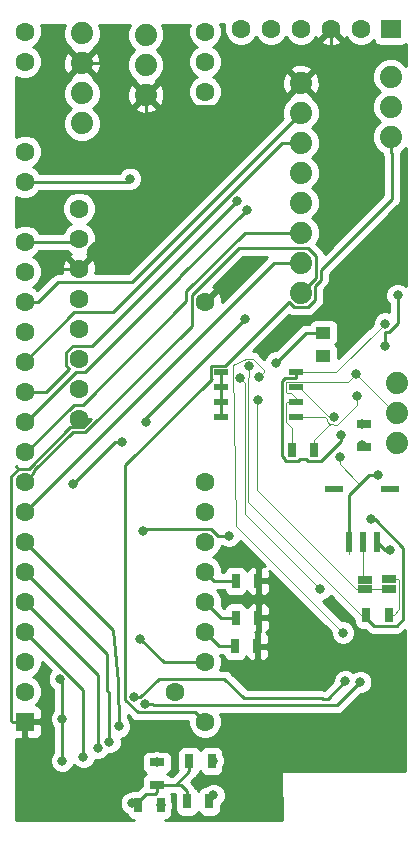
<source format=gbr>
G04 #@! TF.GenerationSoftware,KiCad,Pcbnew,(5.0.1)-rc2*
G04 #@! TF.CreationDate,2018-11-18T21:24:52-07:00*
G04 #@! TF.ProjectId,GPSLogger,4750534C6F676765722E6B696361645F,rev?*
G04 #@! TF.SameCoordinates,Original*
G04 #@! TF.FileFunction,Copper,L2,Bot,Signal*
G04 #@! TF.FilePolarity,Positive*
%FSLAX46Y46*%
G04 Gerber Fmt 4.6, Leading zero omitted, Abs format (unit mm)*
G04 Created by KiCad (PCBNEW (5.0.1)-rc2) date 11/18/2018 9:24:52 PM*
%MOMM*%
%LPD*%
G01*
G04 APERTURE LIST*
G04 #@! TA.AperFunction,ComponentPad*
%ADD10C,1.600000*%
G04 #@! TD*
G04 #@! TA.AperFunction,ComponentPad*
%ADD11R,1.600000X1.600000*%
G04 #@! TD*
G04 #@! TA.AperFunction,SMDPad,CuDef*
%ADD12R,1.250000X1.000000*%
G04 #@! TD*
G04 #@! TA.AperFunction,ComponentPad*
%ADD13C,1.879600*%
G04 #@! TD*
G04 #@! TA.AperFunction,SMDPad,CuDef*
%ADD14R,0.700000X1.300000*%
G04 #@! TD*
G04 #@! TA.AperFunction,SMDPad,CuDef*
%ADD15R,1.300000X0.700000*%
G04 #@! TD*
G04 #@! TA.AperFunction,SMDPad,CuDef*
%ADD16R,1.143000X0.508000*%
G04 #@! TD*
G04 #@! TA.AperFunction,ComponentPad*
%ADD17R,1.700000X1.600000*%
G04 #@! TD*
G04 #@! TA.AperFunction,SMDPad,CuDef*
%ADD18R,0.600000X1.800000*%
G04 #@! TD*
G04 #@! TA.AperFunction,SMDPad,CuDef*
%ADD19R,1.524000X0.600000*%
G04 #@! TD*
G04 #@! TA.AperFunction,SMDPad,CuDef*
%ADD20R,1.270000X0.635000*%
G04 #@! TD*
G04 #@! TA.AperFunction,ViaPad*
%ADD21C,0.800000*%
G04 #@! TD*
G04 #@! TA.AperFunction,Conductor*
%ADD22C,0.250000*%
G04 #@! TD*
G04 #@! TA.AperFunction,Conductor*
%ADD23C,0.125000*%
G04 #@! TD*
G04 #@! TA.AperFunction,Conductor*
%ADD24C,0.254000*%
G04 #@! TD*
G04 APERTURE END LIST*
D10*
G04 #@! TO.P,U2,20*
G04 #@! TO.N,GPS_Pwr_En_P28*
X130048000Y-38354000D03*
G04 #@! TO.P,U2,54*
G04 #@! TO.N,USBPwr*
X142748000Y-84074000D03*
G04 #@! TO.P,U2,53*
G04 #@! TO.N,BattPwr*
X145288000Y-86614000D03*
G04 #@! TO.P,U2,51*
G04 #@! TO.N,+3V3*
X145288000Y-81534000D03*
G04 #@! TO.P,U2,50*
G04 #@! TO.N,Fun_Btn_1_P23*
X145288000Y-78994000D03*
G04 #@! TO.P,U2,49*
G04 #@! TO.N,Fun_Btn_2_P22*
X145288000Y-76454000D03*
G04 #@! TO.P,U2,48*
G04 #@! TO.N,Fun_Btn_3_P21*
X145288000Y-73914000D03*
G04 #@! TO.P,U2,47*
G04 #@! TO.N,/Screen_CS_P20*
X145288000Y-71374000D03*
G04 #@! TO.P,U2,46*
G04 #@! TO.N,SCL*
X145288000Y-68834000D03*
G04 #@! TO.P,U2,45*
G04 #@! TO.N,SDA*
X145288000Y-66294000D03*
G04 #@! TO.P,U2,39*
G04 #@! TO.N,BattRtn*
X145288000Y-51054000D03*
D11*
G04 #@! TO.P,U2,1*
X130048000Y-86614000D03*
D10*
G04 #@! TO.P,U2,2*
G04 #@! TO.N,/GPS_Tx_RX1_P0*
X130048000Y-84074000D03*
G04 #@! TO.P,U2,3*
G04 #@! TO.N,/GPS_Rx_TX1_P1*
X130048000Y-81534000D03*
G04 #@! TO.P,U2,4*
G04 #@! TO.N,LED1_P2*
X130048000Y-78994000D03*
G04 #@! TO.P,U2,5*
G04 #@! TO.N,LED2_P3*
X130048000Y-76454000D03*
G04 #@! TO.P,U2,6*
G04 #@! TO.N,LED3_P4*
X130048000Y-73914000D03*
G04 #@! TO.P,U2,7*
G04 #@! TO.N,LED4_P5*
X130048000Y-71374000D03*
G04 #@! TO.P,U2,8*
G04 #@! TO.N,/Screen_RST_P6*
X130048000Y-68834000D03*
G04 #@! TO.P,U2,9*
G04 #@! TO.N,/Screen_BUSY_P7*
X130048000Y-66294000D03*
G04 #@! TO.P,U2,10*
G04 #@! TO.N,/Screen_DC_P8*
X130048000Y-63754000D03*
G04 #@! TO.P,U2,11*
G04 #@! TO.N,/BLE_Tx_RX2_P9*
X130048000Y-61214000D03*
G04 #@! TO.P,U2,12*
G04 #@! TO.N,/BLE_Rx_TX2_P10*
X130048000Y-58674000D03*
G04 #@! TO.P,U2,13*
G04 #@! TO.N,/Screen_DIN_P11*
X130048000Y-56134000D03*
G04 #@! TO.P,U2,32*
G04 #@! TO.N,N/C*
X145288000Y-33274000D03*
G04 #@! TO.P,U2,31*
G04 #@! TO.N,/Debug_Tx_RX5_P34*
X145288000Y-30734000D03*
G04 #@! TO.P,U2,30*
G04 #@! TO.N,/Debug_Rx_TX5_P33*
X145288000Y-28194000D03*
G04 #@! TO.P,U2,24*
G04 #@! TO.N,N/C*
X130048000Y-28194000D03*
G04 #@! TO.P,U2,23*
X130048000Y-30734000D03*
G04 #@! TO.P,U2,14*
X130048000Y-53594000D03*
G04 #@! TO.P,U2,15*
G04 #@! TO.N,+3V3*
X130048000Y-51054000D03*
G04 #@! TO.P,U2,16*
G04 #@! TO.N,N/C*
X130048000Y-48514000D03*
G04 #@! TO.P,U2,19*
G04 #@! TO.N,/Screen_SCK_P27*
X130048000Y-40894000D03*
G04 #@! TO.P,U2,17*
G04 #@! TO.N,/Sensor_PWR_P25*
X130048000Y-45974000D03*
G04 #@! TD*
D12*
G04 #@! TO.P,C5,1*
G04 #@! TO.N,Net-(C5-Pad1)*
X155321000Y-55657500D03*
G04 #@! TO.P,C5,2*
G04 #@! TO.N,Net-(C4-Pad2)*
X155321000Y-53657500D03*
G04 #@! TD*
D13*
G04 #@! TO.P,J1,1*
G04 #@! TO.N,BattRtn*
X140271500Y-33528000D03*
G04 #@! TO.P,J1,2*
G04 #@! TO.N,/Debug_Tx_RX5_P34*
X140271500Y-30988000D03*
G04 #@! TO.P,J1,3*
G04 #@! TO.N,/Debug_Rx_TX5_P33*
X140271500Y-28448000D03*
G04 #@! TD*
G04 #@! TO.P,J3,3*
G04 #@! TO.N,N/C*
X161036000Y-32004000D03*
G04 #@! TO.P,J3,2*
G04 #@! TO.N,/BLE_Pwr*
X161036000Y-34544000D03*
G04 #@! TO.P,J3,1*
G04 #@! TO.N,BattPwr*
X161036000Y-37084000D03*
G04 #@! TD*
G04 #@! TO.P,J4,8*
G04 #@! TO.N,/Screen_BUSY_P7*
X153416000Y-50292000D03*
G04 #@! TO.P,J4,7*
G04 #@! TO.N,/Screen_RST_P6*
X153416000Y-47752000D03*
G04 #@! TO.P,J4,6*
G04 #@! TO.N,/Screen_DC_P8*
X153416000Y-45212000D03*
G04 #@! TO.P,J4,5*
G04 #@! TO.N,/Screen_CS_P20*
X153416000Y-42672000D03*
G04 #@! TO.P,J4,4*
G04 #@! TO.N,/Screen_SCK_P27*
X153416000Y-40132000D03*
G04 #@! TO.P,J4,3*
G04 #@! TO.N,/Screen_DIN_P11*
X153416000Y-37592000D03*
G04 #@! TO.P,J4,2*
G04 #@! TO.N,+3V3*
X153416000Y-35052000D03*
G04 #@! TO.P,J4,1*
G04 #@! TO.N,BattRtn*
X153416000Y-32512000D03*
G04 #@! TD*
G04 #@! TO.P,J9,1*
G04 #@! TO.N,Net-(J10-Pad3)*
X161544000Y-62992000D03*
G04 #@! TO.P,J9,2*
G04 #@! TO.N,Net-(C6-Pad1)*
X161544000Y-60452000D03*
G04 #@! TO.P,J9,3*
G04 #@! TO.N,N/C*
X161544000Y-57912000D03*
G04 #@! TD*
D14*
G04 #@! TO.P,R2,2*
G04 #@! TO.N,Net-(J5-Pad2)*
X143766500Y-93345000D03*
G04 #@! TO.P,R2,1*
G04 #@! TO.N,Net-(D1-Pad1)*
X145666500Y-93345000D03*
G04 #@! TD*
G04 #@! TO.P,R3,1*
G04 #@! TO.N,Net-(D2-Pad1)*
X141536500Y-93662500D03*
G04 #@! TO.P,R3,2*
G04 #@! TO.N,Net-(J5-Pad2)*
X139636500Y-93662500D03*
G04 #@! TD*
G04 #@! TO.P,R4,2*
G04 #@! TO.N,Net-(J5-Pad2)*
X143957000Y-89916000D03*
G04 #@! TO.P,R4,1*
G04 #@! TO.N,Net-(D3-Pad1)*
X145857000Y-89916000D03*
G04 #@! TD*
D15*
G04 #@! TO.P,R5,1*
G04 #@! TO.N,Net-(D4-Pad1)*
X141224000Y-90048000D03*
G04 #@! TO.P,R5,2*
G04 #@! TO.N,Net-(J5-Pad2)*
X141224000Y-91948000D03*
G04 #@! TD*
D14*
G04 #@! TO.P,R6,2*
G04 #@! TO.N,BattRtn*
X149733000Y-80200500D03*
G04 #@! TO.P,R6,1*
G04 #@! TO.N,Fun_Btn_1_P23*
X147833000Y-80200500D03*
G04 #@! TD*
G04 #@! TO.P,R7,1*
G04 #@! TO.N,Fun_Btn_2_P22*
X147894000Y-77787500D03*
G04 #@! TO.P,R7,2*
G04 #@! TO.N,BattRtn*
X149794000Y-77787500D03*
G04 #@! TD*
G04 #@! TO.P,R8,1*
G04 #@! TO.N,Fun_Btn_3_P21*
X147896500Y-74676000D03*
G04 #@! TO.P,R8,2*
G04 #@! TO.N,BattRtn*
X149796500Y-74676000D03*
G04 #@! TD*
D15*
G04 #@! TO.P,R16,1*
G04 #@! TO.N,Net-(R16-Pad1)*
X158750000Y-61409500D03*
G04 #@! TO.P,R16,2*
G04 #@! TO.N,Net-(C4-Pad1)*
X158750000Y-63309500D03*
G04 #@! TD*
D14*
G04 #@! TO.P,R18,2*
G04 #@! TO.N,Net-(C6-Pad1)*
X152654000Y-63563500D03*
G04 #@! TO.P,R18,1*
G04 #@! TO.N,Net-(R18-Pad1)*
X154554000Y-63563500D03*
G04 #@! TD*
G04 #@! TO.P,TH2,2*
G04 #@! TO.N,Net-(C4-Pad2)*
X158940500Y-77533500D03*
G04 #@! TO.P,TH2,1*
G04 #@! TO.N,Net-(JP4-Pad2)*
X160840500Y-77533500D03*
G04 #@! TD*
D13*
G04 #@! TO.P,U4,1*
G04 #@! TO.N,/Sensor_PWR_P25*
X134874000Y-28321000D03*
G04 #@! TO.P,U4,2*
G04 #@! TO.N,BattRtn*
X134874000Y-30861000D03*
G04 #@! TO.P,U4,3*
G04 #@! TO.N,SCL*
X134874000Y-33401000D03*
G04 #@! TO.P,U4,4*
G04 #@! TO.N,SDA*
X134874000Y-35941000D03*
G04 #@! TD*
D10*
G04 #@! TO.P,U3,1*
G04 #@! TO.N,N/C*
X134620000Y-43180000D03*
G04 #@! TO.P,U3,2*
G04 #@! TO.N,/Sensor_PWR_P25*
X134620000Y-45720000D03*
G04 #@! TO.P,U3,3*
G04 #@! TO.N,BattRtn*
X134620000Y-48260000D03*
G04 #@! TO.P,U3,4*
G04 #@! TO.N,SCL*
X134620000Y-50800000D03*
G04 #@! TO.P,U3,5*
G04 #@! TO.N,SDA*
X134620000Y-53340000D03*
G04 #@! TO.P,U3,6*
G04 #@! TO.N,BattRtn*
X134620000Y-55880000D03*
G04 #@! TO.P,U3,7*
G04 #@! TO.N,N/C*
X134620000Y-58420000D03*
G04 #@! TO.P,U3,8*
G04 #@! TO.N,BattRtn*
X134620000Y-60960000D03*
G04 #@! TD*
D16*
G04 #@! TO.P,U8,8*
G04 #@! TO.N,Net-(U8-Pad5)*
X146621500Y-57023000D03*
G04 #@! TO.P,U8,7*
X146621500Y-58293000D03*
G04 #@! TO.P,U8,6*
X146621500Y-59563000D03*
G04 #@! TO.P,U8,5*
X146621500Y-60833000D03*
G04 #@! TO.P,U8,4*
G04 #@! TO.N,Net-(R18-Pad1)*
X152971500Y-60833000D03*
G04 #@! TO.P,U8,3*
G04 #@! TO.N,Net-(C6-Pad1)*
X152971500Y-59563000D03*
G04 #@! TO.P,U8,2*
G04 #@! TO.N,Net-(R17-Pad1)*
X152971500Y-58293000D03*
G04 #@! TO.P,U8,1*
G04 #@! TO.N,Net-(C4-Pad1)*
X152971500Y-57023000D03*
G04 #@! TD*
D10*
G04 #@! TO.P,J2,6*
G04 #@! TO.N,N/C*
X148336000Y-27940000D03*
G04 #@! TO.P,J2,5*
G04 #@! TO.N,/BLE_Rx_TX2_P10*
X150876000Y-27940000D03*
G04 #@! TO.P,J2,4*
G04 #@! TO.N,/BLE_Tx_RX2_P9*
X153416000Y-27940000D03*
D17*
G04 #@! TO.P,J2,1*
G04 #@! TO.N,N/C*
X161036000Y-27940000D03*
D10*
G04 #@! TO.P,J2,2*
G04 #@! TO.N,/BLE_Pwr*
X158496000Y-27940000D03*
G04 #@! TO.P,J2,3*
G04 #@! TO.N,BattRtn*
X155956000Y-27940000D03*
G04 #@! TD*
D18*
G04 #@! TO.P,J10,1*
G04 #@! TO.N,Net-(C4-Pad2)*
X157480000Y-71378000D03*
D19*
G04 #@! TO.P,J10,~*
G04 #@! TO.N,N/C*
X156230000Y-66878000D03*
X160980000Y-66878000D03*
D18*
G04 #@! TO.P,J10,2*
G04 #@! TO.N,Net-(J10-Pad2)*
X158680000Y-71378000D03*
G04 #@! TO.P,J10,3*
G04 #@! TO.N,Net-(J10-Pad3)*
X159880000Y-71378000D03*
G04 #@! TD*
D20*
G04 #@! TO.P,JP3,1*
G04 #@! TO.N,Net-(JP3-Pad1)*
X158877000Y-75374500D03*
G04 #@! TO.P,JP3,2*
G04 #@! TO.N,Net-(J10-Pad2)*
X158877000Y-74561700D03*
G04 #@! TD*
G04 #@! TO.P,JP4,2*
G04 #@! TO.N,Net-(JP4-Pad2)*
X160909000Y-74549000D03*
G04 #@! TO.P,JP4,1*
G04 #@! TO.N,Net-(JP3-Pad1)*
X160909000Y-75361800D03*
G04 #@! TD*
D21*
G04 #@! TO.N,BattRtn*
X152209500Y-80454500D03*
X132117000Y-48260000D03*
X157248000Y-54797998D03*
X159766000Y-50482500D03*
G04 #@! TO.N,+3V3*
X133192000Y-89892000D03*
X133192000Y-86336000D03*
X133000347Y-82971653D03*
X139827000Y-79565500D03*
G04 #@! TO.N,Net-(C3-Pad2)*
X149878443Y-57421006D03*
X156972000Y-79057500D03*
G04 #@! TO.N,Net-(C3-Pad1)*
X148276745Y-57530902D03*
X155067000Y-75374500D03*
G04 #@! TO.N,Net-(C4-Pad2)*
X159909000Y-65722500D03*
X149034500Y-56515000D03*
X156718000Y-64198500D03*
X151320500Y-56197500D03*
X159385000Y-69469000D03*
G04 #@! TO.N,Net-(C4-Pad1)*
X160528000Y-52897999D03*
X158579279Y-63204651D03*
X156781500Y-62357000D03*
G04 #@! TO.N,Net-(C5-Pad1)*
X155321000Y-55657500D03*
G04 #@! TO.N,Net-(C6-Pad1)*
X158051500Y-57150000D03*
G04 #@! TO.N,Net-(D1-Pad1)*
X146009000Y-92837000D03*
G04 #@! TO.N,LED1_P2*
X135001000Y-89598500D03*
G04 #@! TO.N,Net-(D2-Pad1)*
X141536500Y-93662500D03*
G04 #@! TO.N,LED2_P3*
X136199051Y-88836500D03*
G04 #@! TO.N,Net-(D3-Pad1)*
X145966000Y-89916000D03*
G04 #@! TO.N,LED3_P4*
X137197000Y-88328500D03*
G04 #@! TO.N,LED4_P5*
X138000219Y-86995000D03*
G04 #@! TO.N,Net-(D4-Pad1)*
X141224000Y-90048000D03*
G04 #@! TO.N,/BLE_Tx_RX2_P9*
X148844000Y-43243500D03*
G04 #@! TO.N,/BLE_Rx_TX2_P10*
X148018500Y-42481500D03*
G04 #@! TO.N,/Screen_CS_P20*
X148717000Y-52514500D03*
X140335000Y-61214000D03*
G04 #@! TO.N,/Screen_SCK_P27*
X138938000Y-40640000D03*
G04 #@! TO.N,Net-(J5-Pad2)*
X139096000Y-93496000D03*
G04 #@! TO.N,Net-(R16-Pad1)*
X158557009Y-61411897D03*
G04 #@! TO.N,Net-(R17-Pad1)*
X156210000Y-60833000D03*
G04 #@! TO.N,Net-(R18-Pad1)*
X158202000Y-58991500D03*
G04 #@! TO.N,Net-(TH1-Pad1)*
X160528000Y-54797998D03*
X161607500Y-50482500D03*
G04 #@! TO.N,/GPS_Rx_TX1_P1*
X157162500Y-83185000D03*
X139255500Y-84491405D03*
G04 #@! TO.N,/GPS_Tx_RX1_P0*
X158432500Y-83248500D03*
X140245924Y-85078961D03*
G04 #@! TO.N,GPS_Pwr_En_P28*
X147320000Y-70866000D03*
X140081000Y-70485000D03*
X138303000Y-62928500D03*
X134112000Y-66484500D03*
G04 #@! TO.N,Net-(J10-Pad3)*
X160972500Y-72072500D03*
G04 #@! TO.N,Net-(JP3-Pad1)*
X149796500Y-59372500D03*
G04 #@! TD*
D22*
G04 #@! TO.N,BattRtn*
X149796500Y-77785000D02*
X149794000Y-77787500D01*
X149796500Y-74676000D02*
X149796500Y-77785000D01*
X149794000Y-80139500D02*
X149733000Y-80200500D01*
X149794000Y-77787500D02*
X149794000Y-80139500D01*
X150333000Y-80200500D02*
X150587000Y-80454500D01*
X149733000Y-80200500D02*
X150333000Y-80200500D01*
X150587000Y-80454500D02*
X152209500Y-80454500D01*
X132117000Y-48260000D02*
X134620000Y-48260000D01*
X129507999Y-65168999D02*
X128905000Y-65771998D01*
X135636000Y-60960000D02*
X135642296Y-60966296D01*
X134620000Y-60960000D02*
X135636000Y-60960000D01*
X135642296Y-60966296D02*
X134973601Y-61634991D01*
X134973601Y-61634991D02*
X133893598Y-61634992D01*
X133893598Y-61634992D02*
X130359591Y-65168999D01*
X130359591Y-65168999D02*
X129507999Y-65168999D01*
X128998000Y-86614000D02*
X130048000Y-86614000D01*
X128905000Y-86521000D02*
X128998000Y-86614000D01*
X128905000Y-65771998D02*
X128905000Y-86521000D01*
X140271500Y-34857077D02*
X140271500Y-33528000D01*
X140271500Y-41733502D02*
X140271500Y-34857077D01*
X135419999Y-46585003D02*
X140271500Y-41733502D01*
X135419999Y-47460001D02*
X135419999Y-46585003D01*
X134620000Y-48260000D02*
X135419999Y-47460001D01*
X137604500Y-30861000D02*
X134874000Y-30861000D01*
X140271500Y-33528000D02*
X137604500Y-30861000D01*
X152476201Y-33451799D02*
X153416000Y-32512000D01*
X151460201Y-34467799D02*
X152476201Y-33451799D01*
X141211299Y-34467799D02*
X151460201Y-34467799D01*
X140271500Y-33528000D02*
X141211299Y-34467799D01*
X155956000Y-29972000D02*
X155956000Y-27940000D01*
X153416000Y-32512000D02*
X155956000Y-29972000D01*
D23*
X157248000Y-54797998D02*
X157248000Y-53000500D01*
X157248000Y-53000500D02*
X159766000Y-50482500D01*
D22*
G04 #@! TO.N,+3V3*
X133192000Y-89892000D02*
X133192000Y-86336000D01*
X133192000Y-86336000D02*
X133192000Y-83163306D01*
X133192000Y-83163306D02*
X133000347Y-82971653D01*
X141795500Y-81534000D02*
X145288000Y-81534000D01*
X139827000Y-79565500D02*
X141795500Y-81534000D01*
X152476201Y-35991799D02*
X153416000Y-35052000D01*
X139082999Y-49385001D02*
X152476201Y-35991799D01*
X132848369Y-49385001D02*
X139082999Y-49385001D01*
X131179370Y-51054000D02*
X132848369Y-49385001D01*
X130048000Y-51054000D02*
X131179370Y-51054000D01*
D23*
G04 #@! TO.N,Net-(C3-Pad2)*
X147955000Y-70040500D02*
X156972000Y-79057500D01*
X150278442Y-57021007D02*
X150278442Y-56852440D01*
X149878443Y-57421006D02*
X150278442Y-57021007D01*
X149328501Y-55902499D02*
X148740499Y-55902499D01*
X148740499Y-55902499D02*
X147637500Y-56388000D01*
X150278442Y-56852440D02*
X149328501Y-55902499D01*
X147637500Y-56388000D02*
X147955000Y-70040500D01*
G04 #@! TO.N,Net-(C3-Pad1)*
X148695990Y-69003490D02*
X155067000Y-75374500D01*
X148695990Y-57950147D02*
X148695990Y-69003490D01*
X148276745Y-57530902D02*
X148695990Y-57950147D01*
G04 #@! TO.N,Net-(C4-Pad2)*
X157480000Y-72403000D02*
X157480000Y-71378000D01*
X158940500Y-77533500D02*
X158940500Y-77233500D01*
D22*
X157480000Y-70228000D02*
X157480000Y-71378000D01*
X157480000Y-67401500D02*
X157480000Y-70228000D01*
X159909000Y-65722500D02*
X159159000Y-65722500D01*
D23*
X149034500Y-56515000D02*
X148971000Y-58420000D01*
X148971000Y-58420000D02*
X148971000Y-68039000D01*
X148971000Y-68039000D02*
X158465500Y-77533500D01*
X158465500Y-77533500D02*
X158940500Y-77533500D01*
X158252000Y-66357500D02*
X158524000Y-66357500D01*
X156718000Y-64823500D02*
X158252000Y-66357500D01*
X156718000Y-64198500D02*
X156718000Y-64823500D01*
D22*
X159159000Y-65722500D02*
X158524000Y-66357500D01*
X158524000Y-66357500D02*
X157480000Y-67401500D01*
X155321000Y-53657500D02*
X153860500Y-53657500D01*
X153860500Y-53657500D02*
X151320500Y-56197500D01*
X158940500Y-77833500D02*
X159565501Y-78458501D01*
X159666002Y-69469000D02*
X159385000Y-69469000D01*
X158940500Y-77533500D02*
X158940500Y-77833500D01*
X161507999Y-78458501D02*
X162094011Y-77872489D01*
X162094011Y-77872489D02*
X162094011Y-71897009D01*
X159565501Y-78458501D02*
X161507999Y-78458501D01*
X162094011Y-71897009D02*
X159666002Y-69469000D01*
D23*
G04 #@! TO.N,Net-(C4-Pad1)*
X152971500Y-57023000D02*
X156402999Y-57023000D01*
X156402999Y-57023000D02*
X160528000Y-52897999D01*
X158750000Y-63309500D02*
X158684128Y-63309500D01*
X158684128Y-63309500D02*
X158579279Y-63204651D01*
D22*
X155124001Y-64488501D02*
X156781500Y-62831002D01*
X153983999Y-64488501D02*
X155124001Y-64488501D01*
X153279001Y-64370354D02*
X153865852Y-64370354D01*
X153279001Y-64433501D02*
X153279001Y-64370354D01*
X153224001Y-64488501D02*
X153279001Y-64433501D01*
X152028999Y-64433501D02*
X152083999Y-64488501D01*
X156781500Y-62831002D02*
X156781500Y-62357000D01*
X152971500Y-57488989D02*
X152090198Y-57488989D01*
X152971500Y-57023000D02*
X152971500Y-57488989D01*
X153865852Y-64370354D02*
X153983999Y-64488501D01*
X152090198Y-57488989D02*
X151813177Y-57766010D01*
X151813177Y-57766010D02*
X151813177Y-64119677D01*
X152083999Y-64488501D02*
X153224001Y-64488501D01*
X151813177Y-64119677D02*
X152028999Y-64335499D01*
X152028999Y-64335499D02*
X152028999Y-64433501D01*
D23*
G04 #@! TO.N,Net-(C6-Pad1)*
X157375001Y-57826499D02*
X158051500Y-57150000D01*
X152229999Y-57826499D02*
X157375001Y-57826499D01*
X152971500Y-59563000D02*
X152971500Y-59184000D01*
X152547001Y-58759501D02*
X152229999Y-58759501D01*
X152971500Y-59184000D02*
X152547001Y-58759501D01*
X152229999Y-58759501D02*
X152187499Y-58717001D01*
X152187499Y-58717001D02*
X152187499Y-57868999D01*
X152187499Y-57868999D02*
X152229999Y-57826499D01*
X161353500Y-60452000D02*
X161544000Y-60452000D01*
X158051500Y-57150000D02*
X161353500Y-60452000D01*
X152187499Y-61257001D02*
X152187499Y-59648501D01*
X152654000Y-63563500D02*
X152654000Y-61723502D01*
X152654000Y-61723502D02*
X152187499Y-61257001D01*
X152273000Y-59563000D02*
X152971500Y-59563000D01*
X152187499Y-59648501D02*
X152273000Y-59563000D01*
D22*
G04 #@! TO.N,Net-(D1-Pad1)*
X145666500Y-93179500D02*
X146009000Y-92837000D01*
X145666500Y-93345000D02*
X145666500Y-93179500D01*
G04 #@! TO.N,LED1_P2*
X135001000Y-89598500D02*
X135001000Y-83947000D01*
X135001000Y-83947000D02*
X130048000Y-78994000D01*
G04 #@! TO.N,LED2_P3*
X136199051Y-82605051D02*
X130048000Y-76454000D01*
X136199051Y-88836500D02*
X136199051Y-82605051D01*
G04 #@! TO.N,LED3_P4*
X136969500Y-80835500D02*
X130048000Y-73914000D01*
X136969500Y-83915815D02*
X136969500Y-80835500D01*
X137197000Y-84143315D02*
X136969500Y-83915815D01*
X137197000Y-88328500D02*
X137197000Y-84143315D01*
G04 #@! TO.N,LED4_P5*
X130847999Y-72173999D02*
X130048000Y-71374000D01*
X137522001Y-78848001D02*
X130847999Y-72173999D01*
X138000219Y-86995000D02*
X137922000Y-83248500D01*
X137922000Y-83248500D02*
X137522001Y-78848001D01*
G04 #@! TO.N,/BLE_Tx_RX2_P9*
X135160001Y-57005001D02*
X143192500Y-48972502D01*
X134369997Y-57005001D02*
X135160001Y-57005001D01*
X130048000Y-61214000D02*
X130160998Y-61214000D01*
X130160998Y-61214000D02*
X134369997Y-57005001D01*
X143192500Y-48972502D02*
X143192500Y-48895000D01*
X143192500Y-48895000D02*
X148844000Y-43243500D01*
G04 #@! TO.N,/BLE_Rx_TX2_P10*
X135745001Y-54754999D02*
X148018500Y-42481500D01*
X131826000Y-58674000D02*
X133787499Y-56712501D01*
X130048000Y-58674000D02*
X131826000Y-58674000D01*
X133787499Y-56712501D02*
X133494999Y-56420001D01*
X133494999Y-56420001D02*
X133494999Y-55339999D01*
X133494999Y-55339999D02*
X134079999Y-54754999D01*
X134079999Y-54754999D02*
X135745001Y-54754999D01*
G04 #@! TO.N,BattPwr*
X155080811Y-49192888D02*
X155080811Y-48373189D01*
X154597802Y-49675896D02*
X155080811Y-49192888D01*
X145901999Y-57552001D02*
X145829999Y-57552001D01*
X154630801Y-49708895D02*
X154597802Y-49675896D01*
X138557000Y-64897000D02*
X145901999Y-57552001D01*
X138557000Y-84791907D02*
X138557000Y-64897000D01*
X146960001Y-56493999D02*
X152390047Y-51063953D01*
X139579094Y-85814001D02*
X138557000Y-84791907D01*
X154630801Y-50875105D02*
X154630801Y-49708895D01*
X145288000Y-86614000D02*
X144488001Y-85814001D01*
X144488001Y-85814001D02*
X139579094Y-85814001D01*
X145829999Y-57552001D02*
X145774999Y-57497001D01*
X145774999Y-57497001D02*
X145774999Y-56548999D01*
X145774999Y-56548999D02*
X145829999Y-56493999D01*
X145829999Y-56493999D02*
X146960001Y-56493999D01*
X152390047Y-51063953D02*
X152832895Y-51506801D01*
X152832895Y-51506801D02*
X153999105Y-51506801D01*
X153999105Y-51506801D02*
X154630801Y-50875105D01*
X161099500Y-38476577D02*
X161099500Y-42354500D01*
X161036000Y-38413077D02*
X161099500Y-38476577D01*
X161036000Y-37084000D02*
X161036000Y-38413077D01*
X155080811Y-48373189D02*
X161099500Y-42354500D01*
G04 #@! TO.N,/Screen_BUSY_P7*
X154355799Y-49352201D02*
X153416000Y-50292000D01*
X154023105Y-46487199D02*
X154680801Y-47144895D01*
X154680801Y-47144895D02*
X154680801Y-49027199D01*
X148189799Y-46487199D02*
X154023105Y-46487199D01*
X144162999Y-50513999D02*
X148189799Y-46487199D01*
X144162999Y-53082003D02*
X144162999Y-50513999D01*
X135160001Y-62085001D02*
X144162999Y-53082003D01*
X130847999Y-65317001D02*
X134079999Y-62085001D01*
X134079999Y-62085001D02*
X135160001Y-62085001D01*
X130847999Y-65494001D02*
X130847999Y-65317001D01*
X154680801Y-49027199D02*
X154355799Y-49352201D01*
X130048000Y-66294000D02*
X130847999Y-65494001D01*
G04 #@! TO.N,/Screen_RST_P6*
X151130000Y-47752000D02*
X153416000Y-47752000D01*
X130048000Y-68834000D02*
X151130000Y-47752000D01*
G04 #@! TO.N,/Screen_DC_P8*
X143712989Y-50992013D02*
X143712989Y-50152511D01*
X134951502Y-59753500D02*
X143712989Y-50992013D01*
X134161498Y-59753500D02*
X134951502Y-59753500D01*
X130048000Y-63754000D02*
X130160998Y-63754000D01*
X130160998Y-63754000D02*
X134161498Y-59753500D01*
X148653500Y-45212000D02*
X153416000Y-45212000D01*
X143712989Y-50152511D02*
X148653500Y-45212000D01*
G04 #@! TO.N,/Screen_CS_P20*
X148717000Y-52514500D02*
X140335000Y-60896500D01*
X140335000Y-60896500D02*
X140335000Y-61214000D01*
G04 #@! TO.N,/Screen_SCK_P27*
X130048000Y-40894000D02*
X138684000Y-40894000D01*
X138684000Y-40894000D02*
X138938000Y-40640000D01*
G04 #@! TO.N,/Screen_DIN_P11*
X152086923Y-37592000D02*
X153416000Y-37592000D01*
X151834998Y-37592000D02*
X152086923Y-37592000D01*
X137483998Y-51943000D02*
X151834998Y-37592000D01*
X134239000Y-51943000D02*
X137483998Y-51943000D01*
X130048000Y-56134000D02*
X134239000Y-51943000D01*
G04 #@! TO.N,Net-(J5-Pad2)*
X139636500Y-93362500D02*
X139636500Y-93662500D01*
X140311501Y-92687499D02*
X139636500Y-93362500D01*
X141084501Y-92687499D02*
X140311501Y-92687499D01*
X141224000Y-92548000D02*
X141084501Y-92687499D01*
X141224000Y-91948000D02*
X141224000Y-92548000D01*
X142825000Y-91948000D02*
X142124000Y-91948000D01*
X143957000Y-90816000D02*
X142825000Y-91948000D01*
X143957000Y-89916000D02*
X143957000Y-90816000D01*
X142124000Y-91948000D02*
X141224000Y-91948000D01*
X143269500Y-91948000D02*
X142124000Y-91948000D01*
X143766500Y-92445000D02*
X143269500Y-91948000D01*
X143766500Y-93345000D02*
X143766500Y-92445000D01*
X139636500Y-93662500D02*
X139262500Y-93662500D01*
X139262500Y-93662500D02*
X139096000Y-93496000D01*
G04 #@! TO.N,Fun_Btn_1_P23*
X146494500Y-80200500D02*
X145288000Y-78994000D01*
X147833000Y-80200500D02*
X146494500Y-80200500D01*
G04 #@! TO.N,Fun_Btn_2_P22*
X146621500Y-77787500D02*
X145288000Y-76454000D01*
X147894000Y-77787500D02*
X146621500Y-77787500D01*
G04 #@! TO.N,Fun_Btn_3_P21*
X146050000Y-74676000D02*
X145288000Y-73914000D01*
X147896500Y-74676000D02*
X146050000Y-74676000D01*
D23*
G04 #@! TO.N,Net-(R16-Pad1)*
X158750000Y-61409500D02*
X158559406Y-61409500D01*
X158559406Y-61409500D02*
X158557009Y-61411897D01*
G04 #@! TO.N,Net-(R17-Pad1)*
X155829000Y-60833000D02*
X156210000Y-60833000D01*
X152971500Y-58293000D02*
X153289000Y-58293000D01*
X153289000Y-58293000D02*
X155829000Y-60833000D01*
G04 #@! TO.N,Net-(R18-Pad1)*
X155440078Y-60833000D02*
X155597499Y-60990421D01*
X152971500Y-60833000D02*
X155440078Y-60833000D01*
X155597499Y-60990421D02*
X155597499Y-61127001D01*
X155597499Y-61127001D02*
X155915999Y-61445501D01*
X158202000Y-59747502D02*
X158202000Y-58991500D01*
X156504001Y-61445501D02*
X158202000Y-59747502D01*
X154554000Y-62788500D02*
X155906499Y-61436001D01*
X154554000Y-63563500D02*
X154554000Y-62788500D01*
X155915999Y-61445501D02*
X155906499Y-61436001D01*
X155906499Y-61436001D02*
X156504001Y-61445501D01*
D22*
G04 #@! TO.N,Net-(TH1-Pad1)*
X161607500Y-52817501D02*
X161607500Y-50482500D01*
X160852001Y-53573000D02*
X161607500Y-52817501D01*
X160528000Y-54797998D02*
X160528000Y-53573000D01*
X160528000Y-53573000D02*
X160852001Y-53573000D01*
G04 #@! TO.N,/Sensor_PWR_P25*
X134366000Y-45974000D02*
X134620000Y-45720000D01*
X130048000Y-45974000D02*
X134366000Y-45974000D01*
G04 #@! TO.N,/GPS_Rx_TX1_P1*
X155702000Y-84645500D02*
X157162500Y-83185000D01*
X155257500Y-84645500D02*
X155702000Y-84645500D01*
X155230999Y-84618999D02*
X155257500Y-84645500D01*
X146920000Y-82948999D02*
X148590000Y-84618999D01*
X141363591Y-82948999D02*
X146920000Y-82948999D01*
X139821185Y-84491405D02*
X141363591Y-82948999D01*
X139255500Y-84491405D02*
X139821185Y-84491405D01*
X148590000Y-84618999D02*
X155230999Y-84618999D01*
G04 #@! TO.N,/GPS_Tx_RX1_P0*
X156464000Y-85217000D02*
X158432500Y-83248500D01*
X140949648Y-85217000D02*
X150177500Y-85217000D01*
X140811609Y-85078961D02*
X140949648Y-85217000D01*
X140245924Y-85078961D02*
X140811609Y-85078961D01*
X149346185Y-85217000D02*
X150177500Y-85217000D01*
X150177500Y-85217000D02*
X156464000Y-85217000D01*
G04 #@! TO.N,Net-(U8-Pad5)*
X146621500Y-60833000D02*
X146621500Y-59563000D01*
X146621500Y-59563000D02*
X146621500Y-58293000D01*
X146621500Y-58293000D02*
X146621500Y-57023000D01*
G04 #@! TO.N,GPS_Pwr_En_P28*
X140267001Y-70298999D02*
X140081000Y-70485000D01*
X145804001Y-70298999D02*
X140267001Y-70298999D01*
X147320000Y-70866000D02*
X146371002Y-70866000D01*
X146371002Y-70866000D02*
X145804001Y-70298999D01*
X138303000Y-62928500D02*
X137668000Y-62928500D01*
X137668000Y-62928500D02*
X134112000Y-66484500D01*
G04 #@! TO.N,Net-(J10-Pad3)*
X160574500Y-72072500D02*
X159880000Y-71378000D01*
X160972500Y-72072500D02*
X160574500Y-72072500D01*
D23*
G04 #@! TO.N,Net-(J10-Pad2)*
X158680000Y-74364700D02*
X158877000Y-74561700D01*
X158680000Y-71378000D02*
X158680000Y-74364700D01*
G04 #@! TO.N,Net-(JP3-Pad1)*
X158889700Y-75361800D02*
X158877000Y-75374500D01*
X160909000Y-75361800D02*
X158889700Y-75361800D01*
X149796500Y-59372500D02*
X149733000Y-59436000D01*
X149733000Y-59436000D02*
X149733000Y-66990500D01*
X149733000Y-66990500D02*
X158117000Y-75374500D01*
X158117000Y-75374500D02*
X158877000Y-75374500D01*
G04 #@! TO.N,Net-(JP4-Pad2)*
X161669000Y-74549000D02*
X160909000Y-74549000D01*
X161756501Y-74636501D02*
X161669000Y-74549000D01*
X161756501Y-77092499D02*
X161756501Y-74636501D01*
X161315500Y-77533500D02*
X161756501Y-77092499D01*
X160840500Y-77533500D02*
X161315500Y-77533500D01*
G04 #@! TD*
D24*
G04 #@! TO.N,BattRtn*
G36*
X150351811Y-73423724D02*
X150272809Y-73391000D01*
X150082250Y-73391000D01*
X149923500Y-73549750D01*
X149923500Y-74549000D01*
X150622750Y-74549000D01*
X150781500Y-74390250D01*
X150781500Y-73899690D01*
X150748777Y-73820690D01*
X155937000Y-79008914D01*
X155937000Y-79263374D01*
X156094569Y-79643780D01*
X156385720Y-79934931D01*
X156766126Y-80092500D01*
X157177874Y-80092500D01*
X157558280Y-79934931D01*
X157849431Y-79643780D01*
X158007000Y-79263374D01*
X158007000Y-78851626D01*
X157849431Y-78471220D01*
X157558280Y-78180069D01*
X157177874Y-78022500D01*
X156923414Y-78022500D01*
X155299418Y-76398505D01*
X155653280Y-76251931D01*
X155925399Y-75979812D01*
X157923719Y-77978133D01*
X157943060Y-78007079D01*
X157943060Y-78183500D01*
X157992343Y-78431265D01*
X158132691Y-78641309D01*
X158342735Y-78781657D01*
X158590500Y-78830940D01*
X158863138Y-78830940D01*
X158975172Y-78942974D01*
X159017572Y-79006430D01*
X159268964Y-79174405D01*
X159490649Y-79218501D01*
X159490654Y-79218501D01*
X159565501Y-79233389D01*
X159640348Y-79218501D01*
X161433152Y-79218501D01*
X161507999Y-79233389D01*
X161582846Y-79218501D01*
X161582851Y-79218501D01*
X161804536Y-79174405D01*
X162055928Y-79006430D01*
X162098330Y-78942971D01*
X162237104Y-78804197D01*
X162215003Y-90805000D01*
X151892000Y-90805000D01*
X151843399Y-90814667D01*
X151802197Y-90842197D01*
X151774667Y-90883399D01*
X151765012Y-90933740D01*
X151820159Y-94959500D01*
X141888712Y-94959500D01*
X142134265Y-94910657D01*
X142344309Y-94770309D01*
X142484657Y-94560265D01*
X142533940Y-94312500D01*
X142533940Y-93959052D01*
X142571500Y-93868374D01*
X142571500Y-93456626D01*
X142533940Y-93365948D01*
X142533940Y-93012500D01*
X142484657Y-92764735D01*
X142446748Y-92708000D01*
X142750153Y-92708000D01*
X142769060Y-92711761D01*
X142769060Y-93995000D01*
X142818343Y-94242765D01*
X142958691Y-94452809D01*
X143168735Y-94593157D01*
X143416500Y-94642440D01*
X144116500Y-94642440D01*
X144364265Y-94593157D01*
X144574309Y-94452809D01*
X144714657Y-94242765D01*
X144716500Y-94233500D01*
X144718343Y-94242765D01*
X144858691Y-94452809D01*
X145068735Y-94593157D01*
X145316500Y-94642440D01*
X146016500Y-94642440D01*
X146264265Y-94593157D01*
X146474309Y-94452809D01*
X146614657Y-94242765D01*
X146663940Y-93995000D01*
X146663940Y-93645771D01*
X146886431Y-93423280D01*
X147044000Y-93042874D01*
X147044000Y-92631126D01*
X146886431Y-92250720D01*
X146595280Y-91959569D01*
X146214874Y-91802000D01*
X145803126Y-91802000D01*
X145422720Y-91959569D01*
X145334729Y-92047560D01*
X145316500Y-92047560D01*
X145068735Y-92096843D01*
X144858691Y-92237191D01*
X144718343Y-92447235D01*
X144716500Y-92456500D01*
X144714657Y-92447235D01*
X144574309Y-92237191D01*
X144488671Y-92179969D01*
X144482404Y-92148463D01*
X144314429Y-91897071D01*
X144250972Y-91854671D01*
X144122052Y-91725750D01*
X144441473Y-91406329D01*
X144504929Y-91363929D01*
X144547924Y-91299582D01*
X144672904Y-91112538D01*
X144679171Y-91081031D01*
X144764809Y-91023809D01*
X144905157Y-90813765D01*
X144907000Y-90804500D01*
X144908843Y-90813765D01*
X145049191Y-91023809D01*
X145259235Y-91164157D01*
X145507000Y-91213440D01*
X146207000Y-91213440D01*
X146454765Y-91164157D01*
X146664809Y-91023809D01*
X146805157Y-90813765D01*
X146854440Y-90566000D01*
X146854440Y-90475702D01*
X147001000Y-90121874D01*
X147001000Y-89710126D01*
X146854440Y-89356298D01*
X146854440Y-89266000D01*
X146805157Y-89018235D01*
X146664809Y-88808191D01*
X146454765Y-88667843D01*
X146207000Y-88618560D01*
X145507000Y-88618560D01*
X145259235Y-88667843D01*
X145049191Y-88808191D01*
X144908843Y-89018235D01*
X144907000Y-89027500D01*
X144905157Y-89018235D01*
X144764809Y-88808191D01*
X144554765Y-88667843D01*
X144307000Y-88618560D01*
X143607000Y-88618560D01*
X143359235Y-88667843D01*
X143149191Y-88808191D01*
X143008843Y-89018235D01*
X142959560Y-89266000D01*
X142959560Y-90566000D01*
X142988202Y-90709996D01*
X142510199Y-91188000D01*
X142363754Y-91188000D01*
X142331809Y-91140191D01*
X142121765Y-90999843D01*
X142112500Y-90998000D01*
X142121765Y-90996157D01*
X142331809Y-90855809D01*
X142472157Y-90645765D01*
X142521440Y-90398000D01*
X142521440Y-89698000D01*
X142472157Y-89450235D01*
X142331809Y-89240191D01*
X142121765Y-89099843D01*
X141874000Y-89050560D01*
X141520552Y-89050560D01*
X141429874Y-89013000D01*
X141018126Y-89013000D01*
X140927448Y-89050560D01*
X140574000Y-89050560D01*
X140326235Y-89099843D01*
X140116191Y-89240191D01*
X139975843Y-89450235D01*
X139926560Y-89698000D01*
X139926560Y-90398000D01*
X139975843Y-90645765D01*
X140116191Y-90855809D01*
X140326235Y-90996157D01*
X140335500Y-90998000D01*
X140326235Y-90999843D01*
X140116191Y-91140191D01*
X139975843Y-91350235D01*
X139926560Y-91598000D01*
X139926560Y-92030665D01*
X139763572Y-92139570D01*
X139721172Y-92203026D01*
X139559138Y-92365060D01*
X139286500Y-92365060D01*
X139038735Y-92414343D01*
X138968908Y-92461000D01*
X138890126Y-92461000D01*
X138509720Y-92618569D01*
X138218569Y-92909720D01*
X138061000Y-93290126D01*
X138061000Y-93701874D01*
X138218569Y-94082280D01*
X138509720Y-94373431D01*
X138663881Y-94437287D01*
X138688343Y-94560265D01*
X138828691Y-94770309D01*
X139038735Y-94910657D01*
X139284288Y-94959500D01*
X129259678Y-94959500D01*
X129266059Y-88049000D01*
X129762250Y-88049000D01*
X129921000Y-87890250D01*
X129921000Y-86741000D01*
X130175000Y-86741000D01*
X130175000Y-87890250D01*
X130333750Y-88049000D01*
X130974310Y-88049000D01*
X131207699Y-87952327D01*
X131386327Y-87773698D01*
X131483000Y-87540309D01*
X131483000Y-86899750D01*
X131324250Y-86741000D01*
X130175000Y-86741000D01*
X129921000Y-86741000D01*
X129901000Y-86741000D01*
X129901000Y-86487000D01*
X129921000Y-86487000D01*
X129921000Y-86467000D01*
X130175000Y-86467000D01*
X130175000Y-86487000D01*
X131324250Y-86487000D01*
X131483000Y-86328250D01*
X131483000Y-85687691D01*
X131386327Y-85454302D01*
X131207699Y-85275673D01*
X130974310Y-85179000D01*
X130972396Y-85179000D01*
X131264534Y-84886862D01*
X131483000Y-84359439D01*
X131483000Y-83788561D01*
X131264534Y-83261138D01*
X130860862Y-82857466D01*
X130731784Y-82804000D01*
X130860862Y-82750534D01*
X131264534Y-82346862D01*
X131483000Y-81819439D01*
X131483000Y-81503801D01*
X132243744Y-82264545D01*
X132122916Y-82385373D01*
X131965347Y-82765779D01*
X131965347Y-83177527D01*
X132122916Y-83557933D01*
X132414067Y-83849084D01*
X132432001Y-83856512D01*
X132432000Y-85632289D01*
X132314569Y-85749720D01*
X132157000Y-86130126D01*
X132157000Y-86541874D01*
X132314569Y-86922280D01*
X132432001Y-87039712D01*
X132432000Y-89188289D01*
X132314569Y-89305720D01*
X132157000Y-89686126D01*
X132157000Y-90097874D01*
X132314569Y-90478280D01*
X132605720Y-90769431D01*
X132986126Y-90927000D01*
X133397874Y-90927000D01*
X133778280Y-90769431D01*
X134069431Y-90478280D01*
X134171252Y-90232463D01*
X134414720Y-90475931D01*
X134795126Y-90633500D01*
X135206874Y-90633500D01*
X135587280Y-90475931D01*
X135878431Y-90184780D01*
X136008196Y-89871500D01*
X136404925Y-89871500D01*
X136785331Y-89713931D01*
X137076482Y-89422780D01*
X137101037Y-89363500D01*
X137402874Y-89363500D01*
X137783280Y-89205931D01*
X138074431Y-88914780D01*
X138232000Y-88534374D01*
X138232000Y-88122626D01*
X138193633Y-88030000D01*
X138206093Y-88030000D01*
X138586499Y-87872431D01*
X138877650Y-87581280D01*
X139035219Y-87200874D01*
X139035219Y-86789126D01*
X138877650Y-86408720D01*
X138745382Y-86276452D01*
X138740662Y-86050371D01*
X138988764Y-86298473D01*
X139031165Y-86361930D01*
X139282557Y-86529905D01*
X139504242Y-86574001D01*
X139504246Y-86574001D01*
X139579093Y-86588889D01*
X139653940Y-86574001D01*
X143853000Y-86574001D01*
X143853000Y-86899439D01*
X144071466Y-87426862D01*
X144475138Y-87830534D01*
X145002561Y-88049000D01*
X145573439Y-88049000D01*
X146100862Y-87830534D01*
X146504534Y-87426862D01*
X146723000Y-86899439D01*
X146723000Y-86328561D01*
X146577379Y-85977000D01*
X156389153Y-85977000D01*
X156464000Y-85991888D01*
X156538847Y-85977000D01*
X156538852Y-85977000D01*
X156760537Y-85932904D01*
X157011929Y-85764929D01*
X157054331Y-85701470D01*
X158472302Y-84283500D01*
X158638374Y-84283500D01*
X159018780Y-84125931D01*
X159309931Y-83834780D01*
X159467500Y-83454374D01*
X159467500Y-83042626D01*
X159309931Y-82662220D01*
X159018780Y-82371069D01*
X158638374Y-82213500D01*
X158226626Y-82213500D01*
X157846220Y-82371069D01*
X157829250Y-82388039D01*
X157748780Y-82307569D01*
X157368374Y-82150000D01*
X156956626Y-82150000D01*
X156576220Y-82307569D01*
X156285069Y-82598720D01*
X156127500Y-82979126D01*
X156127500Y-83145198D01*
X155395807Y-83876892D01*
X155305851Y-83858999D01*
X155305846Y-83858999D01*
X155230999Y-83844111D01*
X155156152Y-83858999D01*
X148904802Y-83858999D01*
X147510331Y-82464529D01*
X147467929Y-82401070D01*
X147216537Y-82233095D01*
X146994852Y-82188999D01*
X146994847Y-82188999D01*
X146920000Y-82174111D01*
X146845153Y-82188999D01*
X146569923Y-82188999D01*
X146723000Y-81819439D01*
X146723000Y-81248561D01*
X146603681Y-80960500D01*
X146857440Y-80960500D01*
X146884843Y-81098265D01*
X147025191Y-81308309D01*
X147235235Y-81448657D01*
X147483000Y-81497940D01*
X148183000Y-81497940D01*
X148430765Y-81448657D01*
X148640809Y-81308309D01*
X148781157Y-81098265D01*
X148786721Y-81070291D01*
X148844673Y-81210199D01*
X149023302Y-81388827D01*
X149256691Y-81485500D01*
X149447250Y-81485500D01*
X149606000Y-81326750D01*
X149606000Y-80327500D01*
X149860000Y-80327500D01*
X149860000Y-81326750D01*
X150018750Y-81485500D01*
X150209309Y-81485500D01*
X150442698Y-81388827D01*
X150621327Y-81210199D01*
X150718000Y-80976810D01*
X150718000Y-80486250D01*
X150559250Y-80327500D01*
X149860000Y-80327500D01*
X149606000Y-80327500D01*
X149586000Y-80327500D01*
X149586000Y-80073500D01*
X149606000Y-80073500D01*
X149606000Y-79074250D01*
X149860000Y-79074250D01*
X149860000Y-80073500D01*
X150559250Y-80073500D01*
X150718000Y-79914750D01*
X150718000Y-79424190D01*
X150621327Y-79190801D01*
X150442698Y-79012173D01*
X150429325Y-79006634D01*
X150503698Y-78975827D01*
X150682327Y-78797199D01*
X150779000Y-78563810D01*
X150779000Y-78073250D01*
X150620250Y-77914500D01*
X149921000Y-77914500D01*
X149921000Y-78913750D01*
X149970750Y-78963500D01*
X149860000Y-79074250D01*
X149606000Y-79074250D01*
X149556250Y-79024500D01*
X149667000Y-78913750D01*
X149667000Y-77914500D01*
X149647000Y-77914500D01*
X149647000Y-77660500D01*
X149667000Y-77660500D01*
X149667000Y-76661250D01*
X149921000Y-76661250D01*
X149921000Y-77660500D01*
X150620250Y-77660500D01*
X150779000Y-77501750D01*
X150779000Y-77011190D01*
X150682327Y-76777801D01*
X150503698Y-76599173D01*
X150270309Y-76502500D01*
X150079750Y-76502500D01*
X149921000Y-76661250D01*
X149667000Y-76661250D01*
X149508250Y-76502500D01*
X149317691Y-76502500D01*
X149084302Y-76599173D01*
X148905673Y-76777801D01*
X148847721Y-76917709D01*
X148842157Y-76889735D01*
X148701809Y-76679691D01*
X148491765Y-76539343D01*
X148244000Y-76490060D01*
X147544000Y-76490060D01*
X147296235Y-76539343D01*
X147086191Y-76679691D01*
X146945843Y-76889735D01*
X146921404Y-77012602D01*
X146701103Y-76792302D01*
X146723000Y-76739439D01*
X146723000Y-76168561D01*
X146504534Y-75641138D01*
X146299396Y-75436000D01*
X146920940Y-75436000D01*
X146948343Y-75573765D01*
X147088691Y-75783809D01*
X147298735Y-75924157D01*
X147546500Y-75973440D01*
X148246500Y-75973440D01*
X148494265Y-75924157D01*
X148704309Y-75783809D01*
X148844657Y-75573765D01*
X148850221Y-75545791D01*
X148908173Y-75685699D01*
X149086802Y-75864327D01*
X149320191Y-75961000D01*
X149510750Y-75961000D01*
X149669500Y-75802250D01*
X149669500Y-74803000D01*
X149923500Y-74803000D01*
X149923500Y-75802250D01*
X150082250Y-75961000D01*
X150272809Y-75961000D01*
X150506198Y-75864327D01*
X150684827Y-75685699D01*
X150781500Y-75452310D01*
X150781500Y-74961750D01*
X150622750Y-74803000D01*
X149923500Y-74803000D01*
X149669500Y-74803000D01*
X149649500Y-74803000D01*
X149649500Y-74549000D01*
X149669500Y-74549000D01*
X149669500Y-73549750D01*
X149510750Y-73391000D01*
X149320191Y-73391000D01*
X149086802Y-73487673D01*
X148908173Y-73666301D01*
X148850221Y-73806209D01*
X148844657Y-73778235D01*
X148704309Y-73568191D01*
X148494265Y-73427843D01*
X148246500Y-73378560D01*
X147546500Y-73378560D01*
X147298735Y-73427843D01*
X147088691Y-73568191D01*
X146948343Y-73778235D01*
X146920940Y-73916000D01*
X146723000Y-73916000D01*
X146723000Y-73628561D01*
X146504534Y-73101138D01*
X146100862Y-72697466D01*
X145971784Y-72644000D01*
X146100862Y-72590534D01*
X146504534Y-72186862D01*
X146701539Y-71711250D01*
X146733720Y-71743431D01*
X147114126Y-71901000D01*
X147525874Y-71901000D01*
X147906280Y-71743431D01*
X148197431Y-71452280D01*
X148251012Y-71322924D01*
X150351811Y-73423724D01*
X150351811Y-73423724D01*
G37*
X150351811Y-73423724D02*
X150272809Y-73391000D01*
X150082250Y-73391000D01*
X149923500Y-73549750D01*
X149923500Y-74549000D01*
X150622750Y-74549000D01*
X150781500Y-74390250D01*
X150781500Y-73899690D01*
X150748777Y-73820690D01*
X155937000Y-79008914D01*
X155937000Y-79263374D01*
X156094569Y-79643780D01*
X156385720Y-79934931D01*
X156766126Y-80092500D01*
X157177874Y-80092500D01*
X157558280Y-79934931D01*
X157849431Y-79643780D01*
X158007000Y-79263374D01*
X158007000Y-78851626D01*
X157849431Y-78471220D01*
X157558280Y-78180069D01*
X157177874Y-78022500D01*
X156923414Y-78022500D01*
X155299418Y-76398505D01*
X155653280Y-76251931D01*
X155925399Y-75979812D01*
X157923719Y-77978133D01*
X157943060Y-78007079D01*
X157943060Y-78183500D01*
X157992343Y-78431265D01*
X158132691Y-78641309D01*
X158342735Y-78781657D01*
X158590500Y-78830940D01*
X158863138Y-78830940D01*
X158975172Y-78942974D01*
X159017572Y-79006430D01*
X159268964Y-79174405D01*
X159490649Y-79218501D01*
X159490654Y-79218501D01*
X159565501Y-79233389D01*
X159640348Y-79218501D01*
X161433152Y-79218501D01*
X161507999Y-79233389D01*
X161582846Y-79218501D01*
X161582851Y-79218501D01*
X161804536Y-79174405D01*
X162055928Y-79006430D01*
X162098330Y-78942971D01*
X162237104Y-78804197D01*
X162215003Y-90805000D01*
X151892000Y-90805000D01*
X151843399Y-90814667D01*
X151802197Y-90842197D01*
X151774667Y-90883399D01*
X151765012Y-90933740D01*
X151820159Y-94959500D01*
X141888712Y-94959500D01*
X142134265Y-94910657D01*
X142344309Y-94770309D01*
X142484657Y-94560265D01*
X142533940Y-94312500D01*
X142533940Y-93959052D01*
X142571500Y-93868374D01*
X142571500Y-93456626D01*
X142533940Y-93365948D01*
X142533940Y-93012500D01*
X142484657Y-92764735D01*
X142446748Y-92708000D01*
X142750153Y-92708000D01*
X142769060Y-92711761D01*
X142769060Y-93995000D01*
X142818343Y-94242765D01*
X142958691Y-94452809D01*
X143168735Y-94593157D01*
X143416500Y-94642440D01*
X144116500Y-94642440D01*
X144364265Y-94593157D01*
X144574309Y-94452809D01*
X144714657Y-94242765D01*
X144716500Y-94233500D01*
X144718343Y-94242765D01*
X144858691Y-94452809D01*
X145068735Y-94593157D01*
X145316500Y-94642440D01*
X146016500Y-94642440D01*
X146264265Y-94593157D01*
X146474309Y-94452809D01*
X146614657Y-94242765D01*
X146663940Y-93995000D01*
X146663940Y-93645771D01*
X146886431Y-93423280D01*
X147044000Y-93042874D01*
X147044000Y-92631126D01*
X146886431Y-92250720D01*
X146595280Y-91959569D01*
X146214874Y-91802000D01*
X145803126Y-91802000D01*
X145422720Y-91959569D01*
X145334729Y-92047560D01*
X145316500Y-92047560D01*
X145068735Y-92096843D01*
X144858691Y-92237191D01*
X144718343Y-92447235D01*
X144716500Y-92456500D01*
X144714657Y-92447235D01*
X144574309Y-92237191D01*
X144488671Y-92179969D01*
X144482404Y-92148463D01*
X144314429Y-91897071D01*
X144250972Y-91854671D01*
X144122052Y-91725750D01*
X144441473Y-91406329D01*
X144504929Y-91363929D01*
X144547924Y-91299582D01*
X144672904Y-91112538D01*
X144679171Y-91081031D01*
X144764809Y-91023809D01*
X144905157Y-90813765D01*
X144907000Y-90804500D01*
X144908843Y-90813765D01*
X145049191Y-91023809D01*
X145259235Y-91164157D01*
X145507000Y-91213440D01*
X146207000Y-91213440D01*
X146454765Y-91164157D01*
X146664809Y-91023809D01*
X146805157Y-90813765D01*
X146854440Y-90566000D01*
X146854440Y-90475702D01*
X147001000Y-90121874D01*
X147001000Y-89710126D01*
X146854440Y-89356298D01*
X146854440Y-89266000D01*
X146805157Y-89018235D01*
X146664809Y-88808191D01*
X146454765Y-88667843D01*
X146207000Y-88618560D01*
X145507000Y-88618560D01*
X145259235Y-88667843D01*
X145049191Y-88808191D01*
X144908843Y-89018235D01*
X144907000Y-89027500D01*
X144905157Y-89018235D01*
X144764809Y-88808191D01*
X144554765Y-88667843D01*
X144307000Y-88618560D01*
X143607000Y-88618560D01*
X143359235Y-88667843D01*
X143149191Y-88808191D01*
X143008843Y-89018235D01*
X142959560Y-89266000D01*
X142959560Y-90566000D01*
X142988202Y-90709996D01*
X142510199Y-91188000D01*
X142363754Y-91188000D01*
X142331809Y-91140191D01*
X142121765Y-90999843D01*
X142112500Y-90998000D01*
X142121765Y-90996157D01*
X142331809Y-90855809D01*
X142472157Y-90645765D01*
X142521440Y-90398000D01*
X142521440Y-89698000D01*
X142472157Y-89450235D01*
X142331809Y-89240191D01*
X142121765Y-89099843D01*
X141874000Y-89050560D01*
X141520552Y-89050560D01*
X141429874Y-89013000D01*
X141018126Y-89013000D01*
X140927448Y-89050560D01*
X140574000Y-89050560D01*
X140326235Y-89099843D01*
X140116191Y-89240191D01*
X139975843Y-89450235D01*
X139926560Y-89698000D01*
X139926560Y-90398000D01*
X139975843Y-90645765D01*
X140116191Y-90855809D01*
X140326235Y-90996157D01*
X140335500Y-90998000D01*
X140326235Y-90999843D01*
X140116191Y-91140191D01*
X139975843Y-91350235D01*
X139926560Y-91598000D01*
X139926560Y-92030665D01*
X139763572Y-92139570D01*
X139721172Y-92203026D01*
X139559138Y-92365060D01*
X139286500Y-92365060D01*
X139038735Y-92414343D01*
X138968908Y-92461000D01*
X138890126Y-92461000D01*
X138509720Y-92618569D01*
X138218569Y-92909720D01*
X138061000Y-93290126D01*
X138061000Y-93701874D01*
X138218569Y-94082280D01*
X138509720Y-94373431D01*
X138663881Y-94437287D01*
X138688343Y-94560265D01*
X138828691Y-94770309D01*
X139038735Y-94910657D01*
X139284288Y-94959500D01*
X129259678Y-94959500D01*
X129266059Y-88049000D01*
X129762250Y-88049000D01*
X129921000Y-87890250D01*
X129921000Y-86741000D01*
X130175000Y-86741000D01*
X130175000Y-87890250D01*
X130333750Y-88049000D01*
X130974310Y-88049000D01*
X131207699Y-87952327D01*
X131386327Y-87773698D01*
X131483000Y-87540309D01*
X131483000Y-86899750D01*
X131324250Y-86741000D01*
X130175000Y-86741000D01*
X129921000Y-86741000D01*
X129901000Y-86741000D01*
X129901000Y-86487000D01*
X129921000Y-86487000D01*
X129921000Y-86467000D01*
X130175000Y-86467000D01*
X130175000Y-86487000D01*
X131324250Y-86487000D01*
X131483000Y-86328250D01*
X131483000Y-85687691D01*
X131386327Y-85454302D01*
X131207699Y-85275673D01*
X130974310Y-85179000D01*
X130972396Y-85179000D01*
X131264534Y-84886862D01*
X131483000Y-84359439D01*
X131483000Y-83788561D01*
X131264534Y-83261138D01*
X130860862Y-82857466D01*
X130731784Y-82804000D01*
X130860862Y-82750534D01*
X131264534Y-82346862D01*
X131483000Y-81819439D01*
X131483000Y-81503801D01*
X132243744Y-82264545D01*
X132122916Y-82385373D01*
X131965347Y-82765779D01*
X131965347Y-83177527D01*
X132122916Y-83557933D01*
X132414067Y-83849084D01*
X132432001Y-83856512D01*
X132432000Y-85632289D01*
X132314569Y-85749720D01*
X132157000Y-86130126D01*
X132157000Y-86541874D01*
X132314569Y-86922280D01*
X132432001Y-87039712D01*
X132432000Y-89188289D01*
X132314569Y-89305720D01*
X132157000Y-89686126D01*
X132157000Y-90097874D01*
X132314569Y-90478280D01*
X132605720Y-90769431D01*
X132986126Y-90927000D01*
X133397874Y-90927000D01*
X133778280Y-90769431D01*
X134069431Y-90478280D01*
X134171252Y-90232463D01*
X134414720Y-90475931D01*
X134795126Y-90633500D01*
X135206874Y-90633500D01*
X135587280Y-90475931D01*
X135878431Y-90184780D01*
X136008196Y-89871500D01*
X136404925Y-89871500D01*
X136785331Y-89713931D01*
X137076482Y-89422780D01*
X137101037Y-89363500D01*
X137402874Y-89363500D01*
X137783280Y-89205931D01*
X138074431Y-88914780D01*
X138232000Y-88534374D01*
X138232000Y-88122626D01*
X138193633Y-88030000D01*
X138206093Y-88030000D01*
X138586499Y-87872431D01*
X138877650Y-87581280D01*
X139035219Y-87200874D01*
X139035219Y-86789126D01*
X138877650Y-86408720D01*
X138745382Y-86276452D01*
X138740662Y-86050371D01*
X138988764Y-86298473D01*
X139031165Y-86361930D01*
X139282557Y-86529905D01*
X139504242Y-86574001D01*
X139504246Y-86574001D01*
X139579093Y-86588889D01*
X139653940Y-86574001D01*
X143853000Y-86574001D01*
X143853000Y-86899439D01*
X144071466Y-87426862D01*
X144475138Y-87830534D01*
X145002561Y-88049000D01*
X145573439Y-88049000D01*
X146100862Y-87830534D01*
X146504534Y-87426862D01*
X146723000Y-86899439D01*
X146723000Y-86328561D01*
X146577379Y-85977000D01*
X156389153Y-85977000D01*
X156464000Y-85991888D01*
X156538847Y-85977000D01*
X156538852Y-85977000D01*
X156760537Y-85932904D01*
X157011929Y-85764929D01*
X157054331Y-85701470D01*
X158472302Y-84283500D01*
X158638374Y-84283500D01*
X159018780Y-84125931D01*
X159309931Y-83834780D01*
X159467500Y-83454374D01*
X159467500Y-83042626D01*
X159309931Y-82662220D01*
X159018780Y-82371069D01*
X158638374Y-82213500D01*
X158226626Y-82213500D01*
X157846220Y-82371069D01*
X157829250Y-82388039D01*
X157748780Y-82307569D01*
X157368374Y-82150000D01*
X156956626Y-82150000D01*
X156576220Y-82307569D01*
X156285069Y-82598720D01*
X156127500Y-82979126D01*
X156127500Y-83145198D01*
X155395807Y-83876892D01*
X155305851Y-83858999D01*
X155305846Y-83858999D01*
X155230999Y-83844111D01*
X155156152Y-83858999D01*
X148904802Y-83858999D01*
X147510331Y-82464529D01*
X147467929Y-82401070D01*
X147216537Y-82233095D01*
X146994852Y-82188999D01*
X146994847Y-82188999D01*
X146920000Y-82174111D01*
X146845153Y-82188999D01*
X146569923Y-82188999D01*
X146723000Y-81819439D01*
X146723000Y-81248561D01*
X146603681Y-80960500D01*
X146857440Y-80960500D01*
X146884843Y-81098265D01*
X147025191Y-81308309D01*
X147235235Y-81448657D01*
X147483000Y-81497940D01*
X148183000Y-81497940D01*
X148430765Y-81448657D01*
X148640809Y-81308309D01*
X148781157Y-81098265D01*
X148786721Y-81070291D01*
X148844673Y-81210199D01*
X149023302Y-81388827D01*
X149256691Y-81485500D01*
X149447250Y-81485500D01*
X149606000Y-81326750D01*
X149606000Y-80327500D01*
X149860000Y-80327500D01*
X149860000Y-81326750D01*
X150018750Y-81485500D01*
X150209309Y-81485500D01*
X150442698Y-81388827D01*
X150621327Y-81210199D01*
X150718000Y-80976810D01*
X150718000Y-80486250D01*
X150559250Y-80327500D01*
X149860000Y-80327500D01*
X149606000Y-80327500D01*
X149586000Y-80327500D01*
X149586000Y-80073500D01*
X149606000Y-80073500D01*
X149606000Y-79074250D01*
X149860000Y-79074250D01*
X149860000Y-80073500D01*
X150559250Y-80073500D01*
X150718000Y-79914750D01*
X150718000Y-79424190D01*
X150621327Y-79190801D01*
X150442698Y-79012173D01*
X150429325Y-79006634D01*
X150503698Y-78975827D01*
X150682327Y-78797199D01*
X150779000Y-78563810D01*
X150779000Y-78073250D01*
X150620250Y-77914500D01*
X149921000Y-77914500D01*
X149921000Y-78913750D01*
X149970750Y-78963500D01*
X149860000Y-79074250D01*
X149606000Y-79074250D01*
X149556250Y-79024500D01*
X149667000Y-78913750D01*
X149667000Y-77914500D01*
X149647000Y-77914500D01*
X149647000Y-77660500D01*
X149667000Y-77660500D01*
X149667000Y-76661250D01*
X149921000Y-76661250D01*
X149921000Y-77660500D01*
X150620250Y-77660500D01*
X150779000Y-77501750D01*
X150779000Y-77011190D01*
X150682327Y-76777801D01*
X150503698Y-76599173D01*
X150270309Y-76502500D01*
X150079750Y-76502500D01*
X149921000Y-76661250D01*
X149667000Y-76661250D01*
X149508250Y-76502500D01*
X149317691Y-76502500D01*
X149084302Y-76599173D01*
X148905673Y-76777801D01*
X148847721Y-76917709D01*
X148842157Y-76889735D01*
X148701809Y-76679691D01*
X148491765Y-76539343D01*
X148244000Y-76490060D01*
X147544000Y-76490060D01*
X147296235Y-76539343D01*
X147086191Y-76679691D01*
X146945843Y-76889735D01*
X146921404Y-77012602D01*
X146701103Y-76792302D01*
X146723000Y-76739439D01*
X146723000Y-76168561D01*
X146504534Y-75641138D01*
X146299396Y-75436000D01*
X146920940Y-75436000D01*
X146948343Y-75573765D01*
X147088691Y-75783809D01*
X147298735Y-75924157D01*
X147546500Y-75973440D01*
X148246500Y-75973440D01*
X148494265Y-75924157D01*
X148704309Y-75783809D01*
X148844657Y-75573765D01*
X148850221Y-75545791D01*
X148908173Y-75685699D01*
X149086802Y-75864327D01*
X149320191Y-75961000D01*
X149510750Y-75961000D01*
X149669500Y-75802250D01*
X149669500Y-74803000D01*
X149923500Y-74803000D01*
X149923500Y-75802250D01*
X150082250Y-75961000D01*
X150272809Y-75961000D01*
X150506198Y-75864327D01*
X150684827Y-75685699D01*
X150781500Y-75452310D01*
X150781500Y-74961750D01*
X150622750Y-74803000D01*
X149923500Y-74803000D01*
X149669500Y-74803000D01*
X149649500Y-74803000D01*
X149649500Y-74549000D01*
X149669500Y-74549000D01*
X149669500Y-73549750D01*
X149510750Y-73391000D01*
X149320191Y-73391000D01*
X149086802Y-73487673D01*
X148908173Y-73666301D01*
X148850221Y-73806209D01*
X148844657Y-73778235D01*
X148704309Y-73568191D01*
X148494265Y-73427843D01*
X148246500Y-73378560D01*
X147546500Y-73378560D01*
X147298735Y-73427843D01*
X147088691Y-73568191D01*
X146948343Y-73778235D01*
X146920940Y-73916000D01*
X146723000Y-73916000D01*
X146723000Y-73628561D01*
X146504534Y-73101138D01*
X146100862Y-72697466D01*
X145971784Y-72644000D01*
X146100862Y-72590534D01*
X146504534Y-72186862D01*
X146701539Y-71711250D01*
X146733720Y-71743431D01*
X147114126Y-71901000D01*
X147525874Y-71901000D01*
X147906280Y-71743431D01*
X148197431Y-71452280D01*
X148251012Y-71322924D01*
X150351811Y-73423724D01*
G36*
X129364216Y-65024000D02*
X129287290Y-65055864D01*
X129287349Y-64992161D01*
X129364216Y-65024000D01*
X129364216Y-65024000D01*
G37*
X129364216Y-65024000D02*
X129287290Y-65055864D01*
X129287349Y-64992161D01*
X129364216Y-65024000D01*
G36*
X134813748Y-60945858D02*
X134799605Y-60960000D01*
X134813748Y-60974143D01*
X134634143Y-61153748D01*
X134620000Y-61139605D01*
X134605858Y-61153748D01*
X134426252Y-60974142D01*
X134440395Y-60960000D01*
X134426253Y-60945858D01*
X134605858Y-60766253D01*
X134620000Y-60780395D01*
X134634143Y-60766253D01*
X134813748Y-60945858D01*
X134813748Y-60945858D01*
G37*
X134813748Y-60945858D02*
X134799605Y-60960000D01*
X134813748Y-60974143D01*
X134634143Y-61153748D01*
X134620000Y-61139605D01*
X134605858Y-61153748D01*
X134426252Y-60974142D01*
X134440395Y-60960000D01*
X134426253Y-60945858D01*
X134605858Y-60766253D01*
X134620000Y-60780395D01*
X134634143Y-60766253D01*
X134813748Y-60945858D01*
G36*
X134813748Y-55865858D02*
X134799605Y-55880000D01*
X134813748Y-55894143D01*
X134634143Y-56073748D01*
X134620000Y-56059605D01*
X134605858Y-56073748D01*
X134426253Y-55894143D01*
X134440395Y-55880000D01*
X134426253Y-55865858D01*
X134605858Y-55686253D01*
X134620000Y-55700395D01*
X134634143Y-55686253D01*
X134813748Y-55865858D01*
X134813748Y-55865858D01*
G37*
X134813748Y-55865858D02*
X134799605Y-55880000D01*
X134813748Y-55894143D01*
X134634143Y-56073748D01*
X134620000Y-56059605D01*
X134605858Y-56073748D01*
X134426253Y-55894143D01*
X134440395Y-55880000D01*
X134426253Y-55865858D01*
X134605858Y-55686253D01*
X134620000Y-55700395D01*
X134634143Y-55686253D01*
X134813748Y-55865858D01*
G36*
X162290700Y-49701989D02*
X162193780Y-49605069D01*
X161813374Y-49447500D01*
X161401626Y-49447500D01*
X161021220Y-49605069D01*
X160730069Y-49896220D01*
X160572500Y-50276626D01*
X160572500Y-50688374D01*
X160730069Y-51068780D01*
X160847501Y-51186212D01*
X160847500Y-51910064D01*
X160733874Y-51862999D01*
X160322126Y-51862999D01*
X159941720Y-52020568D01*
X159650569Y-52311719D01*
X159493000Y-52692125D01*
X159493000Y-52946585D01*
X156593440Y-55846147D01*
X156593440Y-55157500D01*
X156544157Y-54909735D01*
X156403809Y-54699691D01*
X156340666Y-54657500D01*
X156403809Y-54615309D01*
X156544157Y-54405265D01*
X156593440Y-54157500D01*
X156593440Y-53157500D01*
X156544157Y-52909735D01*
X156403809Y-52699691D01*
X156193765Y-52559343D01*
X155946000Y-52510060D01*
X154696000Y-52510060D01*
X154448235Y-52559343D01*
X154238191Y-52699691D01*
X154106018Y-52897500D01*
X153935346Y-52897500D01*
X153860499Y-52882612D01*
X153785652Y-52897500D01*
X153785648Y-52897500D01*
X153563963Y-52941596D01*
X153563961Y-52941597D01*
X153563962Y-52941597D01*
X153376026Y-53067171D01*
X153376024Y-53067173D01*
X153312571Y-53109571D01*
X153270173Y-53173024D01*
X151280699Y-55162500D01*
X151114626Y-55162500D01*
X150734220Y-55320069D01*
X150443069Y-55611220D01*
X150320220Y-55907805D01*
X149870286Y-55457872D01*
X149831370Y-55399630D01*
X149600652Y-55245469D01*
X149397195Y-55204999D01*
X149335979Y-55192822D01*
X152398327Y-52130475D01*
X152536357Y-52222705D01*
X152558815Y-52227172D01*
X152758043Y-52266801D01*
X152758047Y-52266801D01*
X152832895Y-52281689D01*
X152907743Y-52266801D01*
X153924258Y-52266801D01*
X153999105Y-52281689D01*
X154073952Y-52266801D01*
X154073957Y-52266801D01*
X154295642Y-52222705D01*
X154547034Y-52054730D01*
X154589436Y-51991271D01*
X155115274Y-51465434D01*
X155178730Y-51423034D01*
X155346705Y-51171642D01*
X155390801Y-50949957D01*
X155390801Y-50949953D01*
X155405689Y-50875106D01*
X155390801Y-50800259D01*
X155390801Y-49957699D01*
X155565281Y-49783219D01*
X155628740Y-49740817D01*
X155765182Y-49536617D01*
X155796714Y-49489427D01*
X155796714Y-49489426D01*
X155796715Y-49489425D01*
X155840811Y-49267740D01*
X155840811Y-49267736D01*
X155855699Y-49192889D01*
X155840811Y-49118041D01*
X155840811Y-48687990D01*
X161583973Y-42944829D01*
X161647429Y-42902429D01*
X161815404Y-42651037D01*
X161859500Y-42429352D01*
X161859500Y-42429348D01*
X161874388Y-42354500D01*
X161859500Y-42279652D01*
X161859500Y-38551425D01*
X161874388Y-38476577D01*
X161867901Y-38443966D01*
X161928052Y-38419051D01*
X162312186Y-38034917D01*
X162290700Y-49701989D01*
X162290700Y-49701989D01*
G37*
X162290700Y-49701989D02*
X162193780Y-49605069D01*
X161813374Y-49447500D01*
X161401626Y-49447500D01*
X161021220Y-49605069D01*
X160730069Y-49896220D01*
X160572500Y-50276626D01*
X160572500Y-50688374D01*
X160730069Y-51068780D01*
X160847501Y-51186212D01*
X160847500Y-51910064D01*
X160733874Y-51862999D01*
X160322126Y-51862999D01*
X159941720Y-52020568D01*
X159650569Y-52311719D01*
X159493000Y-52692125D01*
X159493000Y-52946585D01*
X156593440Y-55846147D01*
X156593440Y-55157500D01*
X156544157Y-54909735D01*
X156403809Y-54699691D01*
X156340666Y-54657500D01*
X156403809Y-54615309D01*
X156544157Y-54405265D01*
X156593440Y-54157500D01*
X156593440Y-53157500D01*
X156544157Y-52909735D01*
X156403809Y-52699691D01*
X156193765Y-52559343D01*
X155946000Y-52510060D01*
X154696000Y-52510060D01*
X154448235Y-52559343D01*
X154238191Y-52699691D01*
X154106018Y-52897500D01*
X153935346Y-52897500D01*
X153860499Y-52882612D01*
X153785652Y-52897500D01*
X153785648Y-52897500D01*
X153563963Y-52941596D01*
X153563961Y-52941597D01*
X153563962Y-52941597D01*
X153376026Y-53067171D01*
X153376024Y-53067173D01*
X153312571Y-53109571D01*
X153270173Y-53173024D01*
X151280699Y-55162500D01*
X151114626Y-55162500D01*
X150734220Y-55320069D01*
X150443069Y-55611220D01*
X150320220Y-55907805D01*
X149870286Y-55457872D01*
X149831370Y-55399630D01*
X149600652Y-55245469D01*
X149397195Y-55204999D01*
X149335979Y-55192822D01*
X152398327Y-52130475D01*
X152536357Y-52222705D01*
X152558815Y-52227172D01*
X152758043Y-52266801D01*
X152758047Y-52266801D01*
X152832895Y-52281689D01*
X152907743Y-52266801D01*
X153924258Y-52266801D01*
X153999105Y-52281689D01*
X154073952Y-52266801D01*
X154073957Y-52266801D01*
X154295642Y-52222705D01*
X154547034Y-52054730D01*
X154589436Y-51991271D01*
X155115274Y-51465434D01*
X155178730Y-51423034D01*
X155346705Y-51171642D01*
X155390801Y-50949957D01*
X155390801Y-50949953D01*
X155405689Y-50875106D01*
X155390801Y-50800259D01*
X155390801Y-49957699D01*
X155565281Y-49783219D01*
X155628740Y-49740817D01*
X155765182Y-49536617D01*
X155796714Y-49489427D01*
X155796714Y-49489426D01*
X155796715Y-49489425D01*
X155840811Y-49267740D01*
X155840811Y-49267736D01*
X155855699Y-49192889D01*
X155840811Y-49118041D01*
X155840811Y-48687990D01*
X161583973Y-42944829D01*
X161647429Y-42902429D01*
X161815404Y-42651037D01*
X161859500Y-42429352D01*
X161859500Y-42429348D01*
X161874388Y-42354500D01*
X161859500Y-42279652D01*
X161859500Y-38551425D01*
X161874388Y-38476577D01*
X161867901Y-38443966D01*
X161928052Y-38419051D01*
X162312186Y-38034917D01*
X162290700Y-49701989D01*
G36*
X150539673Y-47267524D02*
X146725930Y-51081268D01*
X146707778Y-50700546D01*
X146541864Y-50299995D01*
X146295745Y-50225861D01*
X145467605Y-51054000D01*
X145481748Y-51068142D01*
X145302142Y-51247748D01*
X145288000Y-51233605D01*
X145273858Y-51247748D01*
X145094253Y-51068143D01*
X145108395Y-51054000D01*
X145094253Y-51039858D01*
X145273858Y-50860253D01*
X145288000Y-50874395D01*
X146116139Y-50046255D01*
X146042005Y-49800136D01*
X145975550Y-49776249D01*
X148504601Y-47247199D01*
X150553254Y-47247199D01*
X150539673Y-47267524D01*
X150539673Y-47267524D01*
G37*
X150539673Y-47267524D02*
X146725930Y-51081268D01*
X146707778Y-50700546D01*
X146541864Y-50299995D01*
X146295745Y-50225861D01*
X145467605Y-51054000D01*
X145481748Y-51068142D01*
X145302142Y-51247748D01*
X145288000Y-51233605D01*
X145273858Y-51247748D01*
X145094253Y-51068143D01*
X145108395Y-51054000D01*
X145094253Y-51039858D01*
X145273858Y-50860253D01*
X145288000Y-50874395D01*
X146116139Y-50046255D01*
X146042005Y-49800136D01*
X145975550Y-49776249D01*
X148504601Y-47247199D01*
X150553254Y-47247199D01*
X150539673Y-47267524D01*
G36*
X146901000Y-27654561D02*
X146901000Y-28225439D01*
X147119466Y-28752862D01*
X147523138Y-29156534D01*
X148050561Y-29375000D01*
X148621439Y-29375000D01*
X149148862Y-29156534D01*
X149552534Y-28752862D01*
X149606000Y-28623784D01*
X149659466Y-28752862D01*
X150063138Y-29156534D01*
X150590561Y-29375000D01*
X151161439Y-29375000D01*
X151688862Y-29156534D01*
X152092534Y-28752862D01*
X152146000Y-28623784D01*
X152199466Y-28752862D01*
X152603138Y-29156534D01*
X153130561Y-29375000D01*
X153701439Y-29375000D01*
X154228862Y-29156534D01*
X154437651Y-28947745D01*
X155127861Y-28947745D01*
X155201995Y-29193864D01*
X155739223Y-29386965D01*
X156309454Y-29359778D01*
X156710005Y-29193864D01*
X156784139Y-28947745D01*
X155956000Y-28119605D01*
X155127861Y-28947745D01*
X154437651Y-28947745D01*
X154632534Y-28752862D01*
X154679525Y-28639417D01*
X154702136Y-28694005D01*
X154948255Y-28768139D01*
X155776395Y-27940000D01*
X155762252Y-27925858D01*
X155941858Y-27746253D01*
X155956000Y-27760395D01*
X155970143Y-27746253D01*
X156149748Y-27925858D01*
X156135605Y-27940000D01*
X156963745Y-28768139D01*
X157209864Y-28694005D01*
X157230874Y-28635552D01*
X157279466Y-28752862D01*
X157683138Y-29156534D01*
X158210561Y-29375000D01*
X158781439Y-29375000D01*
X159308862Y-29156534D01*
X159569558Y-28895838D01*
X159587843Y-28987765D01*
X159728191Y-29197809D01*
X159938235Y-29338157D01*
X160186000Y-29387440D01*
X161886000Y-29387440D01*
X162133765Y-29338157D01*
X162328442Y-29208077D01*
X162325021Y-31065918D01*
X161928052Y-30668949D01*
X161349247Y-30429200D01*
X160722753Y-30429200D01*
X160143948Y-30668949D01*
X159700949Y-31111948D01*
X159461200Y-31690753D01*
X159461200Y-32317247D01*
X159700949Y-32896052D01*
X160078897Y-33274000D01*
X159700949Y-33651948D01*
X159461200Y-34230753D01*
X159461200Y-34857247D01*
X159700949Y-35436052D01*
X160078897Y-35814000D01*
X159700949Y-36191948D01*
X159461200Y-36770753D01*
X159461200Y-37397247D01*
X159700949Y-37976052D01*
X160143948Y-38419051D01*
X160272927Y-38472476D01*
X160276001Y-38487929D01*
X160320097Y-38709614D01*
X160339500Y-38738653D01*
X160339501Y-42039697D01*
X155418960Y-46960239D01*
X155396705Y-46848358D01*
X155228730Y-46596966D01*
X155165274Y-46554566D01*
X154732905Y-46122198D01*
X154751051Y-46104052D01*
X154990800Y-45525247D01*
X154990800Y-44898753D01*
X154751051Y-44319948D01*
X154373103Y-43942000D01*
X154751051Y-43564052D01*
X154990800Y-42985247D01*
X154990800Y-42358753D01*
X154751051Y-41779948D01*
X154373103Y-41402000D01*
X154751051Y-41024052D01*
X154990800Y-40445247D01*
X154990800Y-39818753D01*
X154751051Y-39239948D01*
X154373103Y-38862000D01*
X154751051Y-38484052D01*
X154990800Y-37905247D01*
X154990800Y-37278753D01*
X154751051Y-36699948D01*
X154373103Y-36322000D01*
X154751051Y-35944052D01*
X154990800Y-35365247D01*
X154990800Y-34738753D01*
X154751051Y-34159948D01*
X154310786Y-33719683D01*
X154345363Y-33620968D01*
X153416000Y-32691605D01*
X152486637Y-33620968D01*
X152521214Y-33719683D01*
X152080949Y-34159948D01*
X151841200Y-34738753D01*
X151841200Y-35365247D01*
X151895898Y-35497300D01*
X138768198Y-48625001D01*
X136013687Y-48625001D01*
X136066965Y-48476777D01*
X136039778Y-47906546D01*
X135873864Y-47505995D01*
X135627745Y-47431861D01*
X134799605Y-48260000D01*
X134813748Y-48274143D01*
X134634143Y-48453748D01*
X134620000Y-48439605D01*
X134605858Y-48453748D01*
X134426253Y-48274143D01*
X134440395Y-48260000D01*
X133612255Y-47431861D01*
X133366136Y-47505995D01*
X133173035Y-48043223D01*
X133200222Y-48613454D01*
X133205005Y-48625001D01*
X132923215Y-48625001D01*
X132848368Y-48610113D01*
X132773521Y-48625001D01*
X132773517Y-48625001D01*
X132551832Y-48669097D01*
X132300440Y-48837072D01*
X132258040Y-48900528D01*
X131090982Y-50067586D01*
X130860862Y-49837466D01*
X130731784Y-49784000D01*
X130860862Y-49730534D01*
X131264534Y-49326862D01*
X131483000Y-48799439D01*
X131483000Y-48228561D01*
X131264534Y-47701138D01*
X130860862Y-47297466D01*
X130731784Y-47244000D01*
X130860862Y-47190534D01*
X131264534Y-46786862D01*
X131286430Y-46734000D01*
X133604604Y-46734000D01*
X133807138Y-46936534D01*
X133920583Y-46983525D01*
X133865995Y-47006136D01*
X133791861Y-47252255D01*
X134620000Y-48080395D01*
X135448139Y-47252255D01*
X135374005Y-47006136D01*
X135315552Y-46985126D01*
X135432862Y-46936534D01*
X135836534Y-46532862D01*
X136055000Y-46005439D01*
X136055000Y-45434561D01*
X135836534Y-44907138D01*
X135432862Y-44503466D01*
X135303784Y-44450000D01*
X135432862Y-44396534D01*
X135836534Y-43992862D01*
X136055000Y-43465439D01*
X136055000Y-42894561D01*
X135836534Y-42367138D01*
X135432862Y-41963466D01*
X134905439Y-41745000D01*
X134334561Y-41745000D01*
X133807138Y-41963466D01*
X133403466Y-42367138D01*
X133185000Y-42894561D01*
X133185000Y-43465439D01*
X133403466Y-43992862D01*
X133807138Y-44396534D01*
X133936216Y-44450000D01*
X133807138Y-44503466D01*
X133403466Y-44907138D01*
X133276359Y-45214000D01*
X131286430Y-45214000D01*
X131264534Y-45161138D01*
X130860862Y-44757466D01*
X130333439Y-44539000D01*
X129762561Y-44539000D01*
X129306060Y-44728089D01*
X129308449Y-42140900D01*
X129762561Y-42329000D01*
X130333439Y-42329000D01*
X130860862Y-42110534D01*
X131264534Y-41706862D01*
X131286430Y-41654000D01*
X138609153Y-41654000D01*
X138684000Y-41668888D01*
X138706544Y-41664404D01*
X138732126Y-41675000D01*
X139143874Y-41675000D01*
X139524280Y-41517431D01*
X139815431Y-41226280D01*
X139973000Y-40845874D01*
X139973000Y-40434126D01*
X139815431Y-40053720D01*
X139524280Y-39762569D01*
X139143874Y-39605000D01*
X138732126Y-39605000D01*
X138351720Y-39762569D01*
X138060569Y-40053720D01*
X138027316Y-40134000D01*
X131286430Y-40134000D01*
X131264534Y-40081138D01*
X130860862Y-39677466D01*
X130731784Y-39624000D01*
X130860862Y-39570534D01*
X131264534Y-39166862D01*
X131483000Y-38639439D01*
X131483000Y-38068561D01*
X131264534Y-37541138D01*
X130860862Y-37137466D01*
X130333439Y-36919000D01*
X129762561Y-36919000D01*
X129313099Y-37105174D01*
X129316808Y-33087753D01*
X133299200Y-33087753D01*
X133299200Y-33714247D01*
X133538949Y-34293052D01*
X133916897Y-34671000D01*
X133538949Y-35048948D01*
X133299200Y-35627753D01*
X133299200Y-36254247D01*
X133538949Y-36833052D01*
X133981948Y-37276051D01*
X134560753Y-37515800D01*
X135187247Y-37515800D01*
X135766052Y-37276051D01*
X136209051Y-36833052D01*
X136448800Y-36254247D01*
X136448800Y-35627753D01*
X136209051Y-35048948D01*
X135831103Y-34671000D01*
X135865135Y-34636968D01*
X139342137Y-34636968D01*
X139433423Y-34897580D01*
X140021333Y-35114045D01*
X140647328Y-35089049D01*
X141109577Y-34897580D01*
X141200863Y-34636968D01*
X140271500Y-33707605D01*
X139342137Y-34636968D01*
X135865135Y-34636968D01*
X136209051Y-34293052D01*
X136448800Y-33714247D01*
X136448800Y-33277833D01*
X138685455Y-33277833D01*
X138710451Y-33903828D01*
X138901920Y-34366077D01*
X139162532Y-34457363D01*
X140091895Y-33528000D01*
X140451105Y-33528000D01*
X141380468Y-34457363D01*
X141641080Y-34366077D01*
X141857545Y-33778167D01*
X141832549Y-33152172D01*
X141641080Y-32689923D01*
X141380468Y-32598637D01*
X140451105Y-33528000D01*
X140091895Y-33528000D01*
X139162532Y-32598637D01*
X138901920Y-32689923D01*
X138685455Y-33277833D01*
X136448800Y-33277833D01*
X136448800Y-33087753D01*
X136209051Y-32508948D01*
X135768786Y-32068683D01*
X135803363Y-31969968D01*
X134874000Y-31040605D01*
X133944637Y-31969968D01*
X133979214Y-32068683D01*
X133538949Y-32508948D01*
X133299200Y-33087753D01*
X129316808Y-33087753D01*
X129317827Y-31984785D01*
X129762561Y-32169000D01*
X130333439Y-32169000D01*
X130860862Y-31950534D01*
X131264534Y-31546862D01*
X131483000Y-31019439D01*
X131483000Y-30610833D01*
X133287955Y-30610833D01*
X133312951Y-31236828D01*
X133504420Y-31699077D01*
X133765032Y-31790363D01*
X134694395Y-30861000D01*
X135053605Y-30861000D01*
X135982968Y-31790363D01*
X136243580Y-31699077D01*
X136460045Y-31111167D01*
X136435049Y-30485172D01*
X136243580Y-30022923D01*
X135982968Y-29931637D01*
X135053605Y-30861000D01*
X134694395Y-30861000D01*
X133765032Y-29931637D01*
X133504420Y-30022923D01*
X133287955Y-30610833D01*
X131483000Y-30610833D01*
X131483000Y-30448561D01*
X131264534Y-29921138D01*
X130860862Y-29517466D01*
X130731784Y-29464000D01*
X130860862Y-29410534D01*
X131264534Y-29006862D01*
X131483000Y-28479439D01*
X131483000Y-27908561D01*
X131373258Y-27643620D01*
X133454793Y-27632119D01*
X133299200Y-28007753D01*
X133299200Y-28634247D01*
X133538949Y-29213052D01*
X133979214Y-29653317D01*
X133944637Y-29752032D01*
X134874000Y-30681395D01*
X135803363Y-29752032D01*
X135768786Y-29653317D01*
X136209051Y-29213052D01*
X136448800Y-28634247D01*
X136448800Y-28007753D01*
X136286727Y-27616473D01*
X138917399Y-27601939D01*
X138696700Y-28134753D01*
X138696700Y-28761247D01*
X138936449Y-29340052D01*
X139314397Y-29718000D01*
X138936449Y-30095948D01*
X138696700Y-30674753D01*
X138696700Y-31301247D01*
X138936449Y-31880052D01*
X139376714Y-32320317D01*
X139342137Y-32419032D01*
X140271500Y-33348395D01*
X141200863Y-32419032D01*
X141166286Y-32320317D01*
X141606551Y-31880052D01*
X141846300Y-31301247D01*
X141846300Y-30674753D01*
X141606551Y-30095948D01*
X141228603Y-29718000D01*
X141606551Y-29340052D01*
X141846300Y-28761247D01*
X141846300Y-28134753D01*
X141619418Y-27587011D01*
X143991619Y-27573905D01*
X143853000Y-27908561D01*
X143853000Y-28479439D01*
X144071466Y-29006862D01*
X144475138Y-29410534D01*
X144604216Y-29464000D01*
X144475138Y-29517466D01*
X144071466Y-29921138D01*
X143853000Y-30448561D01*
X143853000Y-31019439D01*
X144071466Y-31546862D01*
X144475138Y-31950534D01*
X144604216Y-32004000D01*
X144475138Y-32057466D01*
X144071466Y-32461138D01*
X143853000Y-32988561D01*
X143853000Y-33559439D01*
X144071466Y-34086862D01*
X144475138Y-34490534D01*
X145002561Y-34709000D01*
X145573439Y-34709000D01*
X146100862Y-34490534D01*
X146504534Y-34086862D01*
X146723000Y-33559439D01*
X146723000Y-32988561D01*
X146504534Y-32461138D01*
X146305229Y-32261833D01*
X151829955Y-32261833D01*
X151854951Y-32887828D01*
X152046420Y-33350077D01*
X152307032Y-33441363D01*
X153236395Y-32512000D01*
X153595605Y-32512000D01*
X154524968Y-33441363D01*
X154785580Y-33350077D01*
X155002045Y-32762167D01*
X154977049Y-32136172D01*
X154785580Y-31673923D01*
X154524968Y-31582637D01*
X153595605Y-32512000D01*
X153236395Y-32512000D01*
X152307032Y-31582637D01*
X152046420Y-31673923D01*
X151829955Y-32261833D01*
X146305229Y-32261833D01*
X146100862Y-32057466D01*
X145971784Y-32004000D01*
X146100862Y-31950534D01*
X146504534Y-31546862D01*
X146564110Y-31403032D01*
X152486637Y-31403032D01*
X153416000Y-32332395D01*
X154345363Y-31403032D01*
X154254077Y-31142420D01*
X153666167Y-30925955D01*
X153040172Y-30950951D01*
X152577923Y-31142420D01*
X152486637Y-31403032D01*
X146564110Y-31403032D01*
X146723000Y-31019439D01*
X146723000Y-30448561D01*
X146504534Y-29921138D01*
X146100862Y-29517466D01*
X145971784Y-29464000D01*
X146100862Y-29410534D01*
X146504534Y-29006862D01*
X146723000Y-28479439D01*
X146723000Y-27908561D01*
X146578461Y-27559613D01*
X146941159Y-27557609D01*
X146901000Y-27654561D01*
X146901000Y-27654561D01*
G37*
X146901000Y-27654561D02*
X146901000Y-28225439D01*
X147119466Y-28752862D01*
X147523138Y-29156534D01*
X148050561Y-29375000D01*
X148621439Y-29375000D01*
X149148862Y-29156534D01*
X149552534Y-28752862D01*
X149606000Y-28623784D01*
X149659466Y-28752862D01*
X150063138Y-29156534D01*
X150590561Y-29375000D01*
X151161439Y-29375000D01*
X151688862Y-29156534D01*
X152092534Y-28752862D01*
X152146000Y-28623784D01*
X152199466Y-28752862D01*
X152603138Y-29156534D01*
X153130561Y-29375000D01*
X153701439Y-29375000D01*
X154228862Y-29156534D01*
X154437651Y-28947745D01*
X155127861Y-28947745D01*
X155201995Y-29193864D01*
X155739223Y-29386965D01*
X156309454Y-29359778D01*
X156710005Y-29193864D01*
X156784139Y-28947745D01*
X155956000Y-28119605D01*
X155127861Y-28947745D01*
X154437651Y-28947745D01*
X154632534Y-28752862D01*
X154679525Y-28639417D01*
X154702136Y-28694005D01*
X154948255Y-28768139D01*
X155776395Y-27940000D01*
X155762252Y-27925858D01*
X155941858Y-27746253D01*
X155956000Y-27760395D01*
X155970143Y-27746253D01*
X156149748Y-27925858D01*
X156135605Y-27940000D01*
X156963745Y-28768139D01*
X157209864Y-28694005D01*
X157230874Y-28635552D01*
X157279466Y-28752862D01*
X157683138Y-29156534D01*
X158210561Y-29375000D01*
X158781439Y-29375000D01*
X159308862Y-29156534D01*
X159569558Y-28895838D01*
X159587843Y-28987765D01*
X159728191Y-29197809D01*
X159938235Y-29338157D01*
X160186000Y-29387440D01*
X161886000Y-29387440D01*
X162133765Y-29338157D01*
X162328442Y-29208077D01*
X162325021Y-31065918D01*
X161928052Y-30668949D01*
X161349247Y-30429200D01*
X160722753Y-30429200D01*
X160143948Y-30668949D01*
X159700949Y-31111948D01*
X159461200Y-31690753D01*
X159461200Y-32317247D01*
X159700949Y-32896052D01*
X160078897Y-33274000D01*
X159700949Y-33651948D01*
X159461200Y-34230753D01*
X159461200Y-34857247D01*
X159700949Y-35436052D01*
X160078897Y-35814000D01*
X159700949Y-36191948D01*
X159461200Y-36770753D01*
X159461200Y-37397247D01*
X159700949Y-37976052D01*
X160143948Y-38419051D01*
X160272927Y-38472476D01*
X160276001Y-38487929D01*
X160320097Y-38709614D01*
X160339500Y-38738653D01*
X160339501Y-42039697D01*
X155418960Y-46960239D01*
X155396705Y-46848358D01*
X155228730Y-46596966D01*
X155165274Y-46554566D01*
X154732905Y-46122198D01*
X154751051Y-46104052D01*
X154990800Y-45525247D01*
X154990800Y-44898753D01*
X154751051Y-44319948D01*
X154373103Y-43942000D01*
X154751051Y-43564052D01*
X154990800Y-42985247D01*
X154990800Y-42358753D01*
X154751051Y-41779948D01*
X154373103Y-41402000D01*
X154751051Y-41024052D01*
X154990800Y-40445247D01*
X154990800Y-39818753D01*
X154751051Y-39239948D01*
X154373103Y-38862000D01*
X154751051Y-38484052D01*
X154990800Y-37905247D01*
X154990800Y-37278753D01*
X154751051Y-36699948D01*
X154373103Y-36322000D01*
X154751051Y-35944052D01*
X154990800Y-35365247D01*
X154990800Y-34738753D01*
X154751051Y-34159948D01*
X154310786Y-33719683D01*
X154345363Y-33620968D01*
X153416000Y-32691605D01*
X152486637Y-33620968D01*
X152521214Y-33719683D01*
X152080949Y-34159948D01*
X151841200Y-34738753D01*
X151841200Y-35365247D01*
X151895898Y-35497300D01*
X138768198Y-48625001D01*
X136013687Y-48625001D01*
X136066965Y-48476777D01*
X136039778Y-47906546D01*
X135873864Y-47505995D01*
X135627745Y-47431861D01*
X134799605Y-48260000D01*
X134813748Y-48274143D01*
X134634143Y-48453748D01*
X134620000Y-48439605D01*
X134605858Y-48453748D01*
X134426253Y-48274143D01*
X134440395Y-48260000D01*
X133612255Y-47431861D01*
X133366136Y-47505995D01*
X133173035Y-48043223D01*
X133200222Y-48613454D01*
X133205005Y-48625001D01*
X132923215Y-48625001D01*
X132848368Y-48610113D01*
X132773521Y-48625001D01*
X132773517Y-48625001D01*
X132551832Y-48669097D01*
X132300440Y-48837072D01*
X132258040Y-48900528D01*
X131090982Y-50067586D01*
X130860862Y-49837466D01*
X130731784Y-49784000D01*
X130860862Y-49730534D01*
X131264534Y-49326862D01*
X131483000Y-48799439D01*
X131483000Y-48228561D01*
X131264534Y-47701138D01*
X130860862Y-47297466D01*
X130731784Y-47244000D01*
X130860862Y-47190534D01*
X131264534Y-46786862D01*
X131286430Y-46734000D01*
X133604604Y-46734000D01*
X133807138Y-46936534D01*
X133920583Y-46983525D01*
X133865995Y-47006136D01*
X133791861Y-47252255D01*
X134620000Y-48080395D01*
X135448139Y-47252255D01*
X135374005Y-47006136D01*
X135315552Y-46985126D01*
X135432862Y-46936534D01*
X135836534Y-46532862D01*
X136055000Y-46005439D01*
X136055000Y-45434561D01*
X135836534Y-44907138D01*
X135432862Y-44503466D01*
X135303784Y-44450000D01*
X135432862Y-44396534D01*
X135836534Y-43992862D01*
X136055000Y-43465439D01*
X136055000Y-42894561D01*
X135836534Y-42367138D01*
X135432862Y-41963466D01*
X134905439Y-41745000D01*
X134334561Y-41745000D01*
X133807138Y-41963466D01*
X133403466Y-42367138D01*
X133185000Y-42894561D01*
X133185000Y-43465439D01*
X133403466Y-43992862D01*
X133807138Y-44396534D01*
X133936216Y-44450000D01*
X133807138Y-44503466D01*
X133403466Y-44907138D01*
X133276359Y-45214000D01*
X131286430Y-45214000D01*
X131264534Y-45161138D01*
X130860862Y-44757466D01*
X130333439Y-44539000D01*
X129762561Y-44539000D01*
X129306060Y-44728089D01*
X129308449Y-42140900D01*
X129762561Y-42329000D01*
X130333439Y-42329000D01*
X130860862Y-42110534D01*
X131264534Y-41706862D01*
X131286430Y-41654000D01*
X138609153Y-41654000D01*
X138684000Y-41668888D01*
X138706544Y-41664404D01*
X138732126Y-41675000D01*
X139143874Y-41675000D01*
X139524280Y-41517431D01*
X139815431Y-41226280D01*
X139973000Y-40845874D01*
X139973000Y-40434126D01*
X139815431Y-40053720D01*
X139524280Y-39762569D01*
X139143874Y-39605000D01*
X138732126Y-39605000D01*
X138351720Y-39762569D01*
X138060569Y-40053720D01*
X138027316Y-40134000D01*
X131286430Y-40134000D01*
X131264534Y-40081138D01*
X130860862Y-39677466D01*
X130731784Y-39624000D01*
X130860862Y-39570534D01*
X131264534Y-39166862D01*
X131483000Y-38639439D01*
X131483000Y-38068561D01*
X131264534Y-37541138D01*
X130860862Y-37137466D01*
X130333439Y-36919000D01*
X129762561Y-36919000D01*
X129313099Y-37105174D01*
X129316808Y-33087753D01*
X133299200Y-33087753D01*
X133299200Y-33714247D01*
X133538949Y-34293052D01*
X133916897Y-34671000D01*
X133538949Y-35048948D01*
X133299200Y-35627753D01*
X133299200Y-36254247D01*
X133538949Y-36833052D01*
X133981948Y-37276051D01*
X134560753Y-37515800D01*
X135187247Y-37515800D01*
X135766052Y-37276051D01*
X136209051Y-36833052D01*
X136448800Y-36254247D01*
X136448800Y-35627753D01*
X136209051Y-35048948D01*
X135831103Y-34671000D01*
X135865135Y-34636968D01*
X139342137Y-34636968D01*
X139433423Y-34897580D01*
X140021333Y-35114045D01*
X140647328Y-35089049D01*
X141109577Y-34897580D01*
X141200863Y-34636968D01*
X140271500Y-33707605D01*
X139342137Y-34636968D01*
X135865135Y-34636968D01*
X136209051Y-34293052D01*
X136448800Y-33714247D01*
X136448800Y-33277833D01*
X138685455Y-33277833D01*
X138710451Y-33903828D01*
X138901920Y-34366077D01*
X139162532Y-34457363D01*
X140091895Y-33528000D01*
X140451105Y-33528000D01*
X141380468Y-34457363D01*
X141641080Y-34366077D01*
X141857545Y-33778167D01*
X141832549Y-33152172D01*
X141641080Y-32689923D01*
X141380468Y-32598637D01*
X140451105Y-33528000D01*
X140091895Y-33528000D01*
X139162532Y-32598637D01*
X138901920Y-32689923D01*
X138685455Y-33277833D01*
X136448800Y-33277833D01*
X136448800Y-33087753D01*
X136209051Y-32508948D01*
X135768786Y-32068683D01*
X135803363Y-31969968D01*
X134874000Y-31040605D01*
X133944637Y-31969968D01*
X133979214Y-32068683D01*
X133538949Y-32508948D01*
X133299200Y-33087753D01*
X129316808Y-33087753D01*
X129317827Y-31984785D01*
X129762561Y-32169000D01*
X130333439Y-32169000D01*
X130860862Y-31950534D01*
X131264534Y-31546862D01*
X131483000Y-31019439D01*
X131483000Y-30610833D01*
X133287955Y-30610833D01*
X133312951Y-31236828D01*
X133504420Y-31699077D01*
X133765032Y-31790363D01*
X134694395Y-30861000D01*
X135053605Y-30861000D01*
X135982968Y-31790363D01*
X136243580Y-31699077D01*
X136460045Y-31111167D01*
X136435049Y-30485172D01*
X136243580Y-30022923D01*
X135982968Y-29931637D01*
X135053605Y-30861000D01*
X134694395Y-30861000D01*
X133765032Y-29931637D01*
X133504420Y-30022923D01*
X133287955Y-30610833D01*
X131483000Y-30610833D01*
X131483000Y-30448561D01*
X131264534Y-29921138D01*
X130860862Y-29517466D01*
X130731784Y-29464000D01*
X130860862Y-29410534D01*
X131264534Y-29006862D01*
X131483000Y-28479439D01*
X131483000Y-27908561D01*
X131373258Y-27643620D01*
X133454793Y-27632119D01*
X133299200Y-28007753D01*
X133299200Y-28634247D01*
X133538949Y-29213052D01*
X133979214Y-29653317D01*
X133944637Y-29752032D01*
X134874000Y-30681395D01*
X135803363Y-29752032D01*
X135768786Y-29653317D01*
X136209051Y-29213052D01*
X136448800Y-28634247D01*
X136448800Y-28007753D01*
X136286727Y-27616473D01*
X138917399Y-27601939D01*
X138696700Y-28134753D01*
X138696700Y-28761247D01*
X138936449Y-29340052D01*
X139314397Y-29718000D01*
X138936449Y-30095948D01*
X138696700Y-30674753D01*
X138696700Y-31301247D01*
X138936449Y-31880052D01*
X139376714Y-32320317D01*
X139342137Y-32419032D01*
X140271500Y-33348395D01*
X141200863Y-32419032D01*
X141166286Y-32320317D01*
X141606551Y-31880052D01*
X141846300Y-31301247D01*
X141846300Y-30674753D01*
X141606551Y-30095948D01*
X141228603Y-29718000D01*
X141606551Y-29340052D01*
X141846300Y-28761247D01*
X141846300Y-28134753D01*
X141619418Y-27587011D01*
X143991619Y-27573905D01*
X143853000Y-27908561D01*
X143853000Y-28479439D01*
X144071466Y-29006862D01*
X144475138Y-29410534D01*
X144604216Y-29464000D01*
X144475138Y-29517466D01*
X144071466Y-29921138D01*
X143853000Y-30448561D01*
X143853000Y-31019439D01*
X144071466Y-31546862D01*
X144475138Y-31950534D01*
X144604216Y-32004000D01*
X144475138Y-32057466D01*
X144071466Y-32461138D01*
X143853000Y-32988561D01*
X143853000Y-33559439D01*
X144071466Y-34086862D01*
X144475138Y-34490534D01*
X145002561Y-34709000D01*
X145573439Y-34709000D01*
X146100862Y-34490534D01*
X146504534Y-34086862D01*
X146723000Y-33559439D01*
X146723000Y-32988561D01*
X146504534Y-32461138D01*
X146305229Y-32261833D01*
X151829955Y-32261833D01*
X151854951Y-32887828D01*
X152046420Y-33350077D01*
X152307032Y-33441363D01*
X153236395Y-32512000D01*
X153595605Y-32512000D01*
X154524968Y-33441363D01*
X154785580Y-33350077D01*
X155002045Y-32762167D01*
X154977049Y-32136172D01*
X154785580Y-31673923D01*
X154524968Y-31582637D01*
X153595605Y-32512000D01*
X153236395Y-32512000D01*
X152307032Y-31582637D01*
X152046420Y-31673923D01*
X151829955Y-32261833D01*
X146305229Y-32261833D01*
X146100862Y-32057466D01*
X145971784Y-32004000D01*
X146100862Y-31950534D01*
X146504534Y-31546862D01*
X146564110Y-31403032D01*
X152486637Y-31403032D01*
X153416000Y-32332395D01*
X154345363Y-31403032D01*
X154254077Y-31142420D01*
X153666167Y-30925955D01*
X153040172Y-30950951D01*
X152577923Y-31142420D01*
X152486637Y-31403032D01*
X146564110Y-31403032D01*
X146723000Y-31019439D01*
X146723000Y-30448561D01*
X146504534Y-29921138D01*
X146100862Y-29517466D01*
X145971784Y-29464000D01*
X146100862Y-29410534D01*
X146504534Y-29006862D01*
X146723000Y-28479439D01*
X146723000Y-27908561D01*
X146578461Y-27559613D01*
X146941159Y-27557609D01*
X146901000Y-27654561D01*
G04 #@! TD*
M02*

</source>
